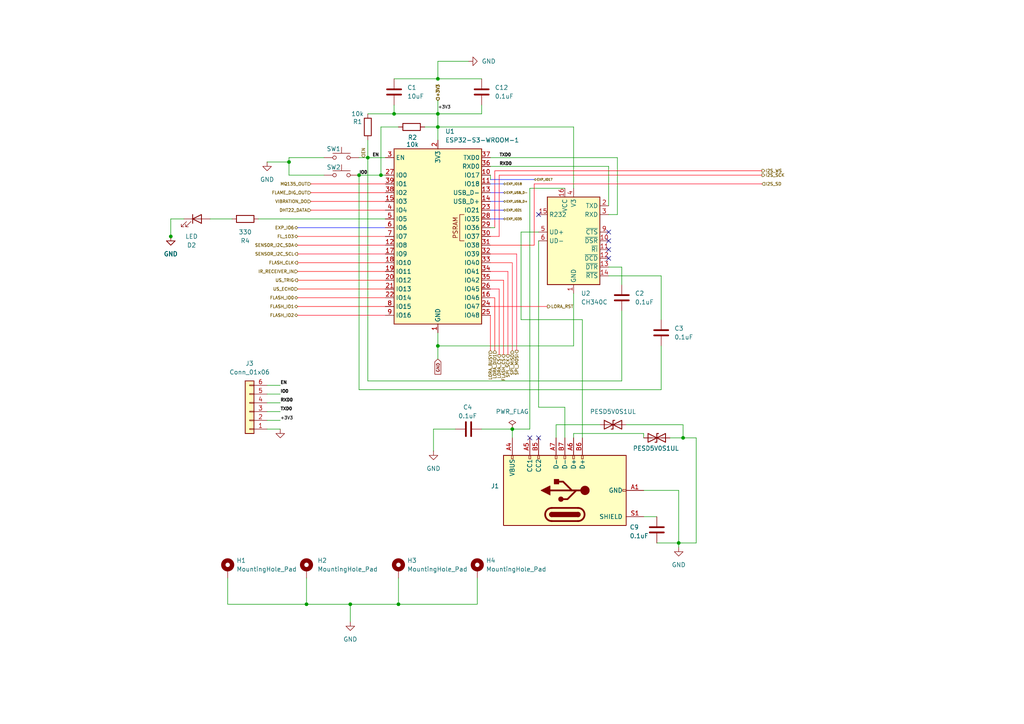
<source format=kicad_sch>
(kicad_sch
	(version 20250114)
	(generator "eeschema")
	(generator_version "9.0")
	(uuid "f61a3200-c54a-4e92-909d-9e48334055fc")
	(paper "A4")
	(lib_symbols
		(symbol "Connector:USB_C_Receptacle_USB2.0_14P"
			(pin_names
				(offset 1.016)
			)
			(exclude_from_sim no)
			(in_bom yes)
			(on_board yes)
			(property "Reference" "J"
				(at 0 22.225 0)
				(effects
					(font
						(size 1.27 1.27)
					)
				)
			)
			(property "Value" "USB_C_Receptacle_USB2.0_14P"
				(at 0 19.685 0)
				(effects
					(font
						(size 1.27 1.27)
					)
				)
			)
			(property "Footprint" ""
				(at 3.81 0 0)
				(effects
					(font
						(size 1.27 1.27)
					)
					(hide yes)
				)
			)
			(property "Datasheet" "https://www.usb.org/sites/default/files/documents/usb_type-c.zip"
				(at 3.81 0 0)
				(effects
					(font
						(size 1.27 1.27)
					)
					(hide yes)
				)
			)
			(property "Description" "USB 2.0-only 14P Type-C Receptacle connector"
				(at 0 0 0)
				(effects
					(font
						(size 1.27 1.27)
					)
					(hide yes)
				)
			)
			(property "ki_keywords" "usb universal serial bus type-C USB2.0"
				(at 0 0 0)
				(effects
					(font
						(size 1.27 1.27)
					)
					(hide yes)
				)
			)
			(property "ki_fp_filters" "USB*C*Receptacle*"
				(at 0 0 0)
				(effects
					(font
						(size 1.27 1.27)
					)
					(hide yes)
				)
			)
			(symbol "USB_C_Receptacle_USB2.0_14P_0_0"
				(rectangle
					(start -0.254 -17.78)
					(end 0.254 -16.764)
					(stroke
						(width 0)
						(type default)
					)
					(fill
						(type none)
					)
				)
				(rectangle
					(start 10.16 15.494)
					(end 9.144 14.986)
					(stroke
						(width 0)
						(type default)
					)
					(fill
						(type none)
					)
				)
				(rectangle
					(start 10.16 10.414)
					(end 9.144 9.906)
					(stroke
						(width 0)
						(type default)
					)
					(fill
						(type none)
					)
				)
				(rectangle
					(start 10.16 7.874)
					(end 9.144 7.366)
					(stroke
						(width 0)
						(type default)
					)
					(fill
						(type none)
					)
				)
				(rectangle
					(start 10.16 2.794)
					(end 9.144 2.286)
					(stroke
						(width 0)
						(type default)
					)
					(fill
						(type none)
					)
				)
				(rectangle
					(start 10.16 0.254)
					(end 9.144 -0.254)
					(stroke
						(width 0)
						(type default)
					)
					(fill
						(type none)
					)
				)
				(rectangle
					(start 10.16 -2.286)
					(end 9.144 -2.794)
					(stroke
						(width 0)
						(type default)
					)
					(fill
						(type none)
					)
				)
				(rectangle
					(start 10.16 -4.826)
					(end 9.144 -5.334)
					(stroke
						(width 0)
						(type default)
					)
					(fill
						(type none)
					)
				)
			)
			(symbol "USB_C_Receptacle_USB2.0_14P_0_1"
				(rectangle
					(start -10.16 17.78)
					(end 10.16 -17.78)
					(stroke
						(width 0.254)
						(type default)
					)
					(fill
						(type background)
					)
				)
				(polyline
					(pts
						(xy -8.89 -3.81) (xy -8.89 3.81)
					)
					(stroke
						(width 0.508)
						(type default)
					)
					(fill
						(type none)
					)
				)
				(rectangle
					(start -7.62 -3.81)
					(end -6.35 3.81)
					(stroke
						(width 0.254)
						(type default)
					)
					(fill
						(type outline)
					)
				)
				(arc
					(start -7.62 3.81)
					(mid -6.985 4.4423)
					(end -6.35 3.81)
					(stroke
						(width 0.254)
						(type default)
					)
					(fill
						(type none)
					)
				)
				(arc
					(start -7.62 3.81)
					(mid -6.985 4.4423)
					(end -6.35 3.81)
					(stroke
						(width 0.254)
						(type default)
					)
					(fill
						(type outline)
					)
				)
				(arc
					(start -8.89 3.81)
					(mid -6.985 5.7067)
					(end -5.08 3.81)
					(stroke
						(width 0.508)
						(type default)
					)
					(fill
						(type none)
					)
				)
				(arc
					(start -5.08 -3.81)
					(mid -6.985 -5.7067)
					(end -8.89 -3.81)
					(stroke
						(width 0.508)
						(type default)
					)
					(fill
						(type none)
					)
				)
				(arc
					(start -6.35 -3.81)
					(mid -6.985 -4.4423)
					(end -7.62 -3.81)
					(stroke
						(width 0.254)
						(type default)
					)
					(fill
						(type none)
					)
				)
				(arc
					(start -6.35 -3.81)
					(mid -6.985 -4.4423)
					(end -7.62 -3.81)
					(stroke
						(width 0.254)
						(type default)
					)
					(fill
						(type outline)
					)
				)
				(polyline
					(pts
						(xy -5.08 3.81) (xy -5.08 -3.81)
					)
					(stroke
						(width 0.508)
						(type default)
					)
					(fill
						(type none)
					)
				)
				(circle
					(center -2.54 1.143)
					(radius 0.635)
					(stroke
						(width 0.254)
						(type default)
					)
					(fill
						(type outline)
					)
				)
				(polyline
					(pts
						(xy -1.27 4.318) (xy 0 6.858) (xy 1.27 4.318) (xy -1.27 4.318)
					)
					(stroke
						(width 0.254)
						(type default)
					)
					(fill
						(type outline)
					)
				)
				(polyline
					(pts
						(xy 0 -2.032) (xy 2.54 0.508) (xy 2.54 1.778)
					)
					(stroke
						(width 0.508)
						(type default)
					)
					(fill
						(type none)
					)
				)
				(polyline
					(pts
						(xy 0 -3.302) (xy -2.54 -0.762) (xy -2.54 0.508)
					)
					(stroke
						(width 0.508)
						(type default)
					)
					(fill
						(type none)
					)
				)
				(polyline
					(pts
						(xy 0 -5.842) (xy 0 4.318)
					)
					(stroke
						(width 0.508)
						(type default)
					)
					(fill
						(type none)
					)
				)
				(circle
					(center 0 -5.842)
					(radius 1.27)
					(stroke
						(width 0)
						(type default)
					)
					(fill
						(type outline)
					)
				)
				(rectangle
					(start 1.905 1.778)
					(end 3.175 3.048)
					(stroke
						(width 0.254)
						(type default)
					)
					(fill
						(type outline)
					)
				)
			)
			(symbol "USB_C_Receptacle_USB2.0_14P_1_1"
				(pin passive line
					(at -7.62 -22.86 90)
					(length 5.08)
					(name "SHIELD"
						(effects
							(font
								(size 1.27 1.27)
							)
						)
					)
					(number "S1"
						(effects
							(font
								(size 1.27 1.27)
							)
						)
					)
				)
				(pin passive line
					(at 0 -22.86 90)
					(length 5.08)
					(name "GND"
						(effects
							(font
								(size 1.27 1.27)
							)
						)
					)
					(number "A1"
						(effects
							(font
								(size 1.27 1.27)
							)
						)
					)
				)
				(pin passive line
					(at 0 -22.86 90)
					(length 5.08)
					(hide yes)
					(name "GND"
						(effects
							(font
								(size 1.27 1.27)
							)
						)
					)
					(number "A12"
						(effects
							(font
								(size 1.27 1.27)
							)
						)
					)
				)
				(pin passive line
					(at 0 -22.86 90)
					(length 5.08)
					(hide yes)
					(name "GND"
						(effects
							(font
								(size 1.27 1.27)
							)
						)
					)
					(number "B1"
						(effects
							(font
								(size 1.27 1.27)
							)
						)
					)
				)
				(pin passive line
					(at 0 -22.86 90)
					(length 5.08)
					(hide yes)
					(name "GND"
						(effects
							(font
								(size 1.27 1.27)
							)
						)
					)
					(number "B12"
						(effects
							(font
								(size 1.27 1.27)
							)
						)
					)
				)
				(pin passive line
					(at 15.24 15.24 180)
					(length 5.08)
					(name "VBUS"
						(effects
							(font
								(size 1.27 1.27)
							)
						)
					)
					(number "A4"
						(effects
							(font
								(size 1.27 1.27)
							)
						)
					)
				)
				(pin passive line
					(at 15.24 15.24 180)
					(length 5.08)
					(hide yes)
					(name "VBUS"
						(effects
							(font
								(size 1.27 1.27)
							)
						)
					)
					(number "A9"
						(effects
							(font
								(size 1.27 1.27)
							)
						)
					)
				)
				(pin passive line
					(at 15.24 15.24 180)
					(length 5.08)
					(hide yes)
					(name "VBUS"
						(effects
							(font
								(size 1.27 1.27)
							)
						)
					)
					(number "B4"
						(effects
							(font
								(size 1.27 1.27)
							)
						)
					)
				)
				(pin passive line
					(at 15.24 15.24 180)
					(length 5.08)
					(hide yes)
					(name "VBUS"
						(effects
							(font
								(size 1.27 1.27)
							)
						)
					)
					(number "B9"
						(effects
							(font
								(size 1.27 1.27)
							)
						)
					)
				)
				(pin bidirectional line
					(at 15.24 10.16 180)
					(length 5.08)
					(name "CC1"
						(effects
							(font
								(size 1.27 1.27)
							)
						)
					)
					(number "A5"
						(effects
							(font
								(size 1.27 1.27)
							)
						)
					)
				)
				(pin bidirectional line
					(at 15.24 7.62 180)
					(length 5.08)
					(name "CC2"
						(effects
							(font
								(size 1.27 1.27)
							)
						)
					)
					(number "B5"
						(effects
							(font
								(size 1.27 1.27)
							)
						)
					)
				)
				(pin bidirectional line
					(at 15.24 2.54 180)
					(length 5.08)
					(name "D-"
						(effects
							(font
								(size 1.27 1.27)
							)
						)
					)
					(number "A7"
						(effects
							(font
								(size 1.27 1.27)
							)
						)
					)
				)
				(pin bidirectional line
					(at 15.24 0 180)
					(length 5.08)
					(name "D-"
						(effects
							(font
								(size 1.27 1.27)
							)
						)
					)
					(number "B7"
						(effects
							(font
								(size 1.27 1.27)
							)
						)
					)
				)
				(pin bidirectional line
					(at 15.24 -2.54 180)
					(length 5.08)
					(name "D+"
						(effects
							(font
								(size 1.27 1.27)
							)
						)
					)
					(number "A6"
						(effects
							(font
								(size 1.27 1.27)
							)
						)
					)
				)
				(pin bidirectional line
					(at 15.24 -5.08 180)
					(length 5.08)
					(name "D+"
						(effects
							(font
								(size 1.27 1.27)
							)
						)
					)
					(number "B6"
						(effects
							(font
								(size 1.27 1.27)
							)
						)
					)
				)
			)
			(embedded_fonts no)
		)
		(symbol "Connector_Generic:Conn_01x06"
			(pin_names
				(offset 1.016)
				(hide yes)
			)
			(exclude_from_sim no)
			(in_bom yes)
			(on_board yes)
			(property "Reference" "J"
				(at 0 7.62 0)
				(effects
					(font
						(size 1.27 1.27)
					)
				)
			)
			(property "Value" "Conn_01x06"
				(at 0 -10.16 0)
				(effects
					(font
						(size 1.27 1.27)
					)
				)
			)
			(property "Footprint" ""
				(at 0 0 0)
				(effects
					(font
						(size 1.27 1.27)
					)
					(hide yes)
				)
			)
			(property "Datasheet" "~"
				(at 0 0 0)
				(effects
					(font
						(size 1.27 1.27)
					)
					(hide yes)
				)
			)
			(property "Description" "Generic connector, single row, 01x06, script generated (kicad-library-utils/schlib/autogen/connector/)"
				(at 0 0 0)
				(effects
					(font
						(size 1.27 1.27)
					)
					(hide yes)
				)
			)
			(property "ki_keywords" "connector"
				(at 0 0 0)
				(effects
					(font
						(size 1.27 1.27)
					)
					(hide yes)
				)
			)
			(property "ki_fp_filters" "Connector*:*_1x??_*"
				(at 0 0 0)
				(effects
					(font
						(size 1.27 1.27)
					)
					(hide yes)
				)
			)
			(symbol "Conn_01x06_1_1"
				(rectangle
					(start -1.27 6.35)
					(end 1.27 -8.89)
					(stroke
						(width 0.254)
						(type default)
					)
					(fill
						(type background)
					)
				)
				(rectangle
					(start -1.27 5.207)
					(end 0 4.953)
					(stroke
						(width 0.1524)
						(type default)
					)
					(fill
						(type none)
					)
				)
				(rectangle
					(start -1.27 2.667)
					(end 0 2.413)
					(stroke
						(width 0.1524)
						(type default)
					)
					(fill
						(type none)
					)
				)
				(rectangle
					(start -1.27 0.127)
					(end 0 -0.127)
					(stroke
						(width 0.1524)
						(type default)
					)
					(fill
						(type none)
					)
				)
				(rectangle
					(start -1.27 -2.413)
					(end 0 -2.667)
					(stroke
						(width 0.1524)
						(type default)
					)
					(fill
						(type none)
					)
				)
				(rectangle
					(start -1.27 -4.953)
					(end 0 -5.207)
					(stroke
						(width 0.1524)
						(type default)
					)
					(fill
						(type none)
					)
				)
				(rectangle
					(start -1.27 -7.493)
					(end 0 -7.747)
					(stroke
						(width 0.1524)
						(type default)
					)
					(fill
						(type none)
					)
				)
				(pin passive line
					(at -5.08 5.08 0)
					(length 3.81)
					(name "Pin_1"
						(effects
							(font
								(size 1.27 1.27)
							)
						)
					)
					(number "1"
						(effects
							(font
								(size 1.27 1.27)
							)
						)
					)
				)
				(pin passive line
					(at -5.08 2.54 0)
					(length 3.81)
					(name "Pin_2"
						(effects
							(font
								(size 1.27 1.27)
							)
						)
					)
					(number "2"
						(effects
							(font
								(size 1.27 1.27)
							)
						)
					)
				)
				(pin passive line
					(at -5.08 0 0)
					(length 3.81)
					(name "Pin_3"
						(effects
							(font
								(size 1.27 1.27)
							)
						)
					)
					(number "3"
						(effects
							(font
								(size 1.27 1.27)
							)
						)
					)
				)
				(pin passive line
					(at -5.08 -2.54 0)
					(length 3.81)
					(name "Pin_4"
						(effects
							(font
								(size 1.27 1.27)
							)
						)
					)
					(number "4"
						(effects
							(font
								(size 1.27 1.27)
							)
						)
					)
				)
				(pin passive line
					(at -5.08 -5.08 0)
					(length 3.81)
					(name "Pin_5"
						(effects
							(font
								(size 1.27 1.27)
							)
						)
					)
					(number "5"
						(effects
							(font
								(size 1.27 1.27)
							)
						)
					)
				)
				(pin passive line
					(at -5.08 -7.62 0)
					(length 3.81)
					(name "Pin_6"
						(effects
							(font
								(size 1.27 1.27)
							)
						)
					)
					(number "6"
						(effects
							(font
								(size 1.27 1.27)
							)
						)
					)
				)
			)
			(embedded_fonts no)
		)
		(symbol "Device:C"
			(pin_numbers
				(hide yes)
			)
			(pin_names
				(offset 0.254)
			)
			(exclude_from_sim no)
			(in_bom yes)
			(on_board yes)
			(property "Reference" "C"
				(at 0.635 2.54 0)
				(effects
					(font
						(size 1.27 1.27)
					)
					(justify left)
				)
			)
			(property "Value" "C"
				(at 0.635 -2.54 0)
				(effects
					(font
						(size 1.27 1.27)
					)
					(justify left)
				)
			)
			(property "Footprint" ""
				(at 0.9652 -3.81 0)
				(effects
					(font
						(size 1.27 1.27)
					)
					(hide yes)
				)
			)
			(property "Datasheet" "~"
				(at 0 0 0)
				(effects
					(font
						(size 1.27 1.27)
					)
					(hide yes)
				)
			)
			(property "Description" "Unpolarized capacitor"
				(at 0 0 0)
				(effects
					(font
						(size 1.27 1.27)
					)
					(hide yes)
				)
			)
			(property "ki_keywords" "cap capacitor"
				(at 0 0 0)
				(effects
					(font
						(size 1.27 1.27)
					)
					(hide yes)
				)
			)
			(property "ki_fp_filters" "C_*"
				(at 0 0 0)
				(effects
					(font
						(size 1.27 1.27)
					)
					(hide yes)
				)
			)
			(symbol "C_0_1"
				(polyline
					(pts
						(xy -2.032 0.762) (xy 2.032 0.762)
					)
					(stroke
						(width 0.508)
						(type default)
					)
					(fill
						(type none)
					)
				)
				(polyline
					(pts
						(xy -2.032 -0.762) (xy 2.032 -0.762)
					)
					(stroke
						(width 0.508)
						(type default)
					)
					(fill
						(type none)
					)
				)
			)
			(symbol "C_1_1"
				(pin passive line
					(at 0 3.81 270)
					(length 2.794)
					(name "~"
						(effects
							(font
								(size 1.27 1.27)
							)
						)
					)
					(number "1"
						(effects
							(font
								(size 1.27 1.27)
							)
						)
					)
				)
				(pin passive line
					(at 0 -3.81 90)
					(length 2.794)
					(name "~"
						(effects
							(font
								(size 1.27 1.27)
							)
						)
					)
					(number "2"
						(effects
							(font
								(size 1.27 1.27)
							)
						)
					)
				)
			)
			(embedded_fonts no)
		)
		(symbol "Device:D_TVS"
			(pin_numbers
				(hide yes)
			)
			(pin_names
				(offset 1.016)
				(hide yes)
			)
			(exclude_from_sim no)
			(in_bom yes)
			(on_board yes)
			(property "Reference" "D"
				(at 0 2.54 0)
				(effects
					(font
						(size 1.27 1.27)
					)
				)
			)
			(property "Value" "D_TVS"
				(at 0 -2.54 0)
				(effects
					(font
						(size 1.27 1.27)
					)
				)
			)
			(property "Footprint" ""
				(at 0 0 0)
				(effects
					(font
						(size 1.27 1.27)
					)
					(hide yes)
				)
			)
			(property "Datasheet" "~"
				(at 0 0 0)
				(effects
					(font
						(size 1.27 1.27)
					)
					(hide yes)
				)
			)
			(property "Description" "Bidirectional transient-voltage-suppression diode"
				(at 0 0 0)
				(effects
					(font
						(size 1.27 1.27)
					)
					(hide yes)
				)
			)
			(property "ki_keywords" "diode TVS thyrector"
				(at 0 0 0)
				(effects
					(font
						(size 1.27 1.27)
					)
					(hide yes)
				)
			)
			(property "ki_fp_filters" "TO-???* *_Diode_* *SingleDiode* D_*"
				(at 0 0 0)
				(effects
					(font
						(size 1.27 1.27)
					)
					(hide yes)
				)
			)
			(symbol "D_TVS_0_1"
				(polyline
					(pts
						(xy -2.54 1.27) (xy -2.54 -1.27) (xy 2.54 1.27) (xy 2.54 -1.27) (xy -2.54 1.27)
					)
					(stroke
						(width 0.254)
						(type default)
					)
					(fill
						(type none)
					)
				)
				(polyline
					(pts
						(xy 0.508 1.27) (xy 0 1.27) (xy 0 -1.27) (xy -0.508 -1.27)
					)
					(stroke
						(width 0.254)
						(type default)
					)
					(fill
						(type none)
					)
				)
				(polyline
					(pts
						(xy 1.27 0) (xy -1.27 0)
					)
					(stroke
						(width 0)
						(type default)
					)
					(fill
						(type none)
					)
				)
			)
			(symbol "D_TVS_1_1"
				(pin passive line
					(at -3.81 0 0)
					(length 2.54)
					(name "A1"
						(effects
							(font
								(size 1.27 1.27)
							)
						)
					)
					(number "1"
						(effects
							(font
								(size 1.27 1.27)
							)
						)
					)
				)
				(pin passive line
					(at 3.81 0 180)
					(length 2.54)
					(name "A2"
						(effects
							(font
								(size 1.27 1.27)
							)
						)
					)
					(number "2"
						(effects
							(font
								(size 1.27 1.27)
							)
						)
					)
				)
			)
			(embedded_fonts no)
		)
		(symbol "Device:LED"
			(pin_numbers
				(hide yes)
			)
			(pin_names
				(offset 1.016)
				(hide yes)
			)
			(exclude_from_sim no)
			(in_bom yes)
			(on_board yes)
			(property "Reference" "D"
				(at 0 2.54 0)
				(effects
					(font
						(size 1.27 1.27)
					)
				)
			)
			(property "Value" "LED"
				(at 0 -2.54 0)
				(effects
					(font
						(size 1.27 1.27)
					)
				)
			)
			(property "Footprint" ""
				(at 0 0 0)
				(effects
					(font
						(size 1.27 1.27)
					)
					(hide yes)
				)
			)
			(property "Datasheet" "~"
				(at 0 0 0)
				(effects
					(font
						(size 1.27 1.27)
					)
					(hide yes)
				)
			)
			(property "Description" "Light emitting diode"
				(at 0 0 0)
				(effects
					(font
						(size 1.27 1.27)
					)
					(hide yes)
				)
			)
			(property "Sim.Pins" "1=K 2=A"
				(at 0 0 0)
				(effects
					(font
						(size 1.27 1.27)
					)
					(hide yes)
				)
			)
			(property "ki_keywords" "LED diode"
				(at 0 0 0)
				(effects
					(font
						(size 1.27 1.27)
					)
					(hide yes)
				)
			)
			(property "ki_fp_filters" "LED* LED_SMD:* LED_THT:*"
				(at 0 0 0)
				(effects
					(font
						(size 1.27 1.27)
					)
					(hide yes)
				)
			)
			(symbol "LED_0_1"
				(polyline
					(pts
						(xy -3.048 -0.762) (xy -4.572 -2.286) (xy -3.81 -2.286) (xy -4.572 -2.286) (xy -4.572 -1.524)
					)
					(stroke
						(width 0)
						(type default)
					)
					(fill
						(type none)
					)
				)
				(polyline
					(pts
						(xy -1.778 -0.762) (xy -3.302 -2.286) (xy -2.54 -2.286) (xy -3.302 -2.286) (xy -3.302 -1.524)
					)
					(stroke
						(width 0)
						(type default)
					)
					(fill
						(type none)
					)
				)
				(polyline
					(pts
						(xy -1.27 0) (xy 1.27 0)
					)
					(stroke
						(width 0)
						(type default)
					)
					(fill
						(type none)
					)
				)
				(polyline
					(pts
						(xy -1.27 -1.27) (xy -1.27 1.27)
					)
					(stroke
						(width 0.254)
						(type default)
					)
					(fill
						(type none)
					)
				)
				(polyline
					(pts
						(xy 1.27 -1.27) (xy 1.27 1.27) (xy -1.27 0) (xy 1.27 -1.27)
					)
					(stroke
						(width 0.254)
						(type default)
					)
					(fill
						(type none)
					)
				)
			)
			(symbol "LED_1_1"
				(pin passive line
					(at -3.81 0 0)
					(length 2.54)
					(name "K"
						(effects
							(font
								(size 1.27 1.27)
							)
						)
					)
					(number "1"
						(effects
							(font
								(size 1.27 1.27)
							)
						)
					)
				)
				(pin passive line
					(at 3.81 0 180)
					(length 2.54)
					(name "A"
						(effects
							(font
								(size 1.27 1.27)
							)
						)
					)
					(number "2"
						(effects
							(font
								(size 1.27 1.27)
							)
						)
					)
				)
			)
			(embedded_fonts no)
		)
		(symbol "Device:R"
			(pin_numbers
				(hide yes)
			)
			(pin_names
				(offset 0)
			)
			(exclude_from_sim no)
			(in_bom yes)
			(on_board yes)
			(property "Reference" "R"
				(at 2.032 0 90)
				(effects
					(font
						(size 1.27 1.27)
					)
				)
			)
			(property "Value" "R"
				(at 0 0 90)
				(effects
					(font
						(size 1.27 1.27)
					)
				)
			)
			(property "Footprint" ""
				(at -1.778 0 90)
				(effects
					(font
						(size 1.27 1.27)
					)
					(hide yes)
				)
			)
			(property "Datasheet" "~"
				(at 0 0 0)
				(effects
					(font
						(size 1.27 1.27)
					)
					(hide yes)
				)
			)
			(property "Description" "Resistor"
				(at 0 0 0)
				(effects
					(font
						(size 1.27 1.27)
					)
					(hide yes)
				)
			)
			(property "ki_keywords" "R res resistor"
				(at 0 0 0)
				(effects
					(font
						(size 1.27 1.27)
					)
					(hide yes)
				)
			)
			(property "ki_fp_filters" "R_*"
				(at 0 0 0)
				(effects
					(font
						(size 1.27 1.27)
					)
					(hide yes)
				)
			)
			(symbol "R_0_1"
				(rectangle
					(start -1.016 -2.54)
					(end 1.016 2.54)
					(stroke
						(width 0.254)
						(type default)
					)
					(fill
						(type none)
					)
				)
			)
			(symbol "R_1_1"
				(pin passive line
					(at 0 3.81 270)
					(length 1.27)
					(name "~"
						(effects
							(font
								(size 1.27 1.27)
							)
						)
					)
					(number "1"
						(effects
							(font
								(size 1.27 1.27)
							)
						)
					)
				)
				(pin passive line
					(at 0 -3.81 90)
					(length 1.27)
					(name "~"
						(effects
							(font
								(size 1.27 1.27)
							)
						)
					)
					(number "2"
						(effects
							(font
								(size 1.27 1.27)
							)
						)
					)
				)
			)
			(embedded_fonts no)
		)
		(symbol "Interface_USB:CH340C"
			(exclude_from_sim no)
			(in_bom yes)
			(on_board yes)
			(property "Reference" "U"
				(at -5.08 13.97 0)
				(effects
					(font
						(size 1.27 1.27)
					)
					(justify right)
				)
			)
			(property "Value" "CH340C"
				(at 1.27 13.97 0)
				(effects
					(font
						(size 1.27 1.27)
					)
					(justify left)
				)
			)
			(property "Footprint" "Package_SO:SOIC-16_3.9x9.9mm_P1.27mm"
				(at -18.542 30.226 0)
				(effects
					(font
						(size 1.27 1.27)
					)
					(justify left)
					(hide yes)
				)
			)
			(property "Datasheet" "https://datasheet.lcsc.com/szlcsc/Jiangsu-Qin-Heng-CH340C_C84681.pdf"
				(at -6.604 33.274 0)
				(effects
					(font
						(size 1.27 1.27)
					)
					(hide yes)
				)
			)
			(property "Description" "USB serial converter, crystal-less, UART, SOIC-16"
				(at -1.524 36.068 0)
				(effects
					(font
						(size 1.27 1.27)
					)
					(hide yes)
				)
			)
			(property "ki_keywords" "USB UART Serial Converter Interface"
				(at 0 0 0)
				(effects
					(font
						(size 1.27 1.27)
					)
					(hide yes)
				)
			)
			(property "ki_fp_filters" "SOIC*3.9x9.9mm*P1.27mm*"
				(at 0 0 0)
				(effects
					(font
						(size 1.27 1.27)
					)
					(hide yes)
				)
			)
			(symbol "CH340C_0_1"
				(rectangle
					(start -7.62 12.7)
					(end 7.62 -12.7)
					(stroke
						(width 0.254)
						(type default)
					)
					(fill
						(type background)
					)
				)
			)
			(symbol "CH340C_1_1"
				(pin input line
					(at -10.16 7.62 0)
					(length 2.54)
					(name "R232"
						(effects
							(font
								(size 1.27 1.27)
							)
						)
					)
					(number "15"
						(effects
							(font
								(size 1.27 1.27)
							)
						)
					)
				)
				(pin bidirectional line
					(at -10.16 2.54 0)
					(length 2.54)
					(name "UD+"
						(effects
							(font
								(size 1.27 1.27)
							)
						)
					)
					(number "5"
						(effects
							(font
								(size 1.27 1.27)
							)
						)
					)
				)
				(pin bidirectional line
					(at -10.16 0 0)
					(length 2.54)
					(name "UD-"
						(effects
							(font
								(size 1.27 1.27)
							)
						)
					)
					(number "6"
						(effects
							(font
								(size 1.27 1.27)
							)
						)
					)
				)
				(pin no_connect line
					(at -7.62 -5.08 0)
					(length 2.54)
					(hide yes)
					(name "NC"
						(effects
							(font
								(size 1.27 1.27)
							)
						)
					)
					(number "7"
						(effects
							(font
								(size 1.27 1.27)
							)
						)
					)
				)
				(pin no_connect line
					(at -7.62 -7.62 0)
					(length 2.54)
					(hide yes)
					(name "NC"
						(effects
							(font
								(size 1.27 1.27)
							)
						)
					)
					(number "8"
						(effects
							(font
								(size 1.27 1.27)
							)
						)
					)
				)
				(pin power_in line
					(at -2.54 15.24 270)
					(length 2.54)
					(name "VCC"
						(effects
							(font
								(size 1.27 1.27)
							)
						)
					)
					(number "16"
						(effects
							(font
								(size 1.27 1.27)
							)
						)
					)
				)
				(pin power_out line
					(at 0 15.24 270)
					(length 2.54)
					(name "V3"
						(effects
							(font
								(size 1.27 1.27)
							)
						)
					)
					(number "4"
						(effects
							(font
								(size 1.27 1.27)
							)
						)
					)
				)
				(pin power_in line
					(at 0 -15.24 90)
					(length 2.54)
					(name "GND"
						(effects
							(font
								(size 1.27 1.27)
							)
						)
					)
					(number "1"
						(effects
							(font
								(size 1.27 1.27)
							)
						)
					)
				)
				(pin output line
					(at 10.16 10.16 180)
					(length 2.54)
					(name "TXD"
						(effects
							(font
								(size 1.27 1.27)
							)
						)
					)
					(number "2"
						(effects
							(font
								(size 1.27 1.27)
							)
						)
					)
				)
				(pin input line
					(at 10.16 7.62 180)
					(length 2.54)
					(name "RXD"
						(effects
							(font
								(size 1.27 1.27)
							)
						)
					)
					(number "3"
						(effects
							(font
								(size 1.27 1.27)
							)
						)
					)
				)
				(pin input line
					(at 10.16 2.54 180)
					(length 2.54)
					(name "~{CTS}"
						(effects
							(font
								(size 1.27 1.27)
							)
						)
					)
					(number "9"
						(effects
							(font
								(size 1.27 1.27)
							)
						)
					)
				)
				(pin input line
					(at 10.16 0 180)
					(length 2.54)
					(name "~{DSR}"
						(effects
							(font
								(size 1.27 1.27)
							)
						)
					)
					(number "10"
						(effects
							(font
								(size 1.27 1.27)
							)
						)
					)
				)
				(pin input line
					(at 10.16 -2.54 180)
					(length 2.54)
					(name "~{RI}"
						(effects
							(font
								(size 1.27 1.27)
							)
						)
					)
					(number "11"
						(effects
							(font
								(size 1.27 1.27)
							)
						)
					)
				)
				(pin input line
					(at 10.16 -5.08 180)
					(length 2.54)
					(name "~{DCD}"
						(effects
							(font
								(size 1.27 1.27)
							)
						)
					)
					(number "12"
						(effects
							(font
								(size 1.27 1.27)
							)
						)
					)
				)
				(pin output line
					(at 10.16 -7.62 180)
					(length 2.54)
					(name "~{DTR}"
						(effects
							(font
								(size 1.27 1.27)
							)
						)
					)
					(number "13"
						(effects
							(font
								(size 1.27 1.27)
							)
						)
					)
				)
				(pin output line
					(at 10.16 -10.16 180)
					(length 2.54)
					(name "~{RTS}"
						(effects
							(font
								(size 1.27 1.27)
							)
						)
					)
					(number "14"
						(effects
							(font
								(size 1.27 1.27)
							)
						)
					)
				)
			)
			(embedded_fonts no)
		)
		(symbol "Mechanical:MountingHole_Pad"
			(pin_numbers
				(hide yes)
			)
			(pin_names
				(offset 1.016)
				(hide yes)
			)
			(exclude_from_sim no)
			(in_bom no)
			(on_board yes)
			(property "Reference" "H"
				(at 0 6.35 0)
				(effects
					(font
						(size 1.27 1.27)
					)
				)
			)
			(property "Value" "MountingHole_Pad"
				(at 0 4.445 0)
				(effects
					(font
						(size 1.27 1.27)
					)
				)
			)
			(property "Footprint" ""
				(at 0 0 0)
				(effects
					(font
						(size 1.27 1.27)
					)
					(hide yes)
				)
			)
			(property "Datasheet" "~"
				(at 0 0 0)
				(effects
					(font
						(size 1.27 1.27)
					)
					(hide yes)
				)
			)
			(property "Description" "Mounting Hole with connection"
				(at 0 0 0)
				(effects
					(font
						(size 1.27 1.27)
					)
					(hide yes)
				)
			)
			(property "ki_keywords" "mounting hole"
				(at 0 0 0)
				(effects
					(font
						(size 1.27 1.27)
					)
					(hide yes)
				)
			)
			(property "ki_fp_filters" "MountingHole*Pad*"
				(at 0 0 0)
				(effects
					(font
						(size 1.27 1.27)
					)
					(hide yes)
				)
			)
			(symbol "MountingHole_Pad_0_1"
				(circle
					(center 0 1.27)
					(radius 1.27)
					(stroke
						(width 1.27)
						(type default)
					)
					(fill
						(type none)
					)
				)
			)
			(symbol "MountingHole_Pad_1_1"
				(pin input line
					(at 0 -2.54 90)
					(length 2.54)
					(name "1"
						(effects
							(font
								(size 1.27 1.27)
							)
						)
					)
					(number "1"
						(effects
							(font
								(size 1.27 1.27)
							)
						)
					)
				)
			)
			(embedded_fonts no)
		)
		(symbol "RF_Module:ESP32-S3-WROOM-1"
			(exclude_from_sim no)
			(in_bom yes)
			(on_board yes)
			(property "Reference" "U"
				(at -12.7 26.67 0)
				(effects
					(font
						(size 1.27 1.27)
					)
				)
			)
			(property "Value" "ESP32-S3-WROOM-1"
				(at 12.7 26.67 0)
				(effects
					(font
						(size 1.27 1.27)
					)
				)
			)
			(property "Footprint" "RF_Module:ESP32-S3-WROOM-1"
				(at 0 2.54 0)
				(effects
					(font
						(size 1.27 1.27)
					)
					(hide yes)
				)
			)
			(property "Datasheet" "https://www.espressif.com/sites/default/files/documentation/esp32-s3-wroom-1_wroom-1u_datasheet_en.pdf"
				(at 0 0 0)
				(effects
					(font
						(size 1.27 1.27)
					)
					(hide yes)
				)
			)
			(property "Description" "RF Module, ESP32-S3 SoC, Wi-Fi 802.11b/g/n, Bluetooth, BLE, 32-bit, 3.3V, onboard antenna, SMD"
				(at 0 0 0)
				(effects
					(font
						(size 1.27 1.27)
					)
					(hide yes)
				)
			)
			(property "ki_keywords" "RF Radio BT ESP ESP32-S3 Espressif onboard PCB antenna"
				(at 0 0 0)
				(effects
					(font
						(size 1.27 1.27)
					)
					(hide yes)
				)
			)
			(property "ki_fp_filters" "ESP32?S3?WROOM?1*"
				(at 0 0 0)
				(effects
					(font
						(size 1.27 1.27)
					)
					(hide yes)
				)
			)
			(symbol "ESP32-S3-WROOM-1_0_0"
				(rectangle
					(start -12.7 25.4)
					(end 12.7 -25.4)
					(stroke
						(width 0.254)
						(type default)
					)
					(fill
						(type background)
					)
				)
				(text "PSRAM"
					(at 5.08 2.54 900)
					(effects
						(font
							(size 1.27 1.27)
						)
					)
				)
			)
			(symbol "ESP32-S3-WROOM-1_0_1"
				(polyline
					(pts
						(xy 7.62 -1.27) (xy 6.35 -1.27) (xy 6.35 6.35) (xy 7.62 6.35)
					)
					(stroke
						(width 0)
						(type default)
					)
					(fill
						(type none)
					)
				)
			)
			(symbol "ESP32-S3-WROOM-1_1_1"
				(pin input line
					(at -15.24 22.86 0)
					(length 2.54)
					(name "EN"
						(effects
							(font
								(size 1.27 1.27)
							)
						)
					)
					(number "3"
						(effects
							(font
								(size 1.27 1.27)
							)
						)
					)
				)
				(pin bidirectional line
					(at -15.24 17.78 0)
					(length 2.54)
					(name "IO0"
						(effects
							(font
								(size 1.27 1.27)
							)
						)
					)
					(number "27"
						(effects
							(font
								(size 1.27 1.27)
							)
						)
					)
				)
				(pin bidirectional line
					(at -15.24 15.24 0)
					(length 2.54)
					(name "IO1"
						(effects
							(font
								(size 1.27 1.27)
							)
						)
					)
					(number "39"
						(effects
							(font
								(size 1.27 1.27)
							)
						)
					)
				)
				(pin bidirectional line
					(at -15.24 12.7 0)
					(length 2.54)
					(name "IO2"
						(effects
							(font
								(size 1.27 1.27)
							)
						)
					)
					(number "38"
						(effects
							(font
								(size 1.27 1.27)
							)
						)
					)
				)
				(pin bidirectional line
					(at -15.24 10.16 0)
					(length 2.54)
					(name "IO3"
						(effects
							(font
								(size 1.27 1.27)
							)
						)
					)
					(number "15"
						(effects
							(font
								(size 1.27 1.27)
							)
						)
					)
				)
				(pin bidirectional line
					(at -15.24 7.62 0)
					(length 2.54)
					(name "IO4"
						(effects
							(font
								(size 1.27 1.27)
							)
						)
					)
					(number "4"
						(effects
							(font
								(size 1.27 1.27)
							)
						)
					)
				)
				(pin bidirectional line
					(at -15.24 5.08 0)
					(length 2.54)
					(name "IO5"
						(effects
							(font
								(size 1.27 1.27)
							)
						)
					)
					(number "5"
						(effects
							(font
								(size 1.27 1.27)
							)
						)
					)
				)
				(pin bidirectional line
					(at -15.24 2.54 0)
					(length 2.54)
					(name "IO6"
						(effects
							(font
								(size 1.27 1.27)
							)
						)
					)
					(number "6"
						(effects
							(font
								(size 1.27 1.27)
							)
						)
					)
				)
				(pin bidirectional line
					(at -15.24 0 0)
					(length 2.54)
					(name "IO7"
						(effects
							(font
								(size 1.27 1.27)
							)
						)
					)
					(number "7"
						(effects
							(font
								(size 1.27 1.27)
							)
						)
					)
				)
				(pin bidirectional line
					(at -15.24 -2.54 0)
					(length 2.54)
					(name "IO8"
						(effects
							(font
								(size 1.27 1.27)
							)
						)
					)
					(number "12"
						(effects
							(font
								(size 1.27 1.27)
							)
						)
					)
				)
				(pin bidirectional line
					(at -15.24 -5.08 0)
					(length 2.54)
					(name "IO9"
						(effects
							(font
								(size 1.27 1.27)
							)
						)
					)
					(number "17"
						(effects
							(font
								(size 1.27 1.27)
							)
						)
					)
				)
				(pin bidirectional line
					(at -15.24 -7.62 0)
					(length 2.54)
					(name "IO10"
						(effects
							(font
								(size 1.27 1.27)
							)
						)
					)
					(number "18"
						(effects
							(font
								(size 1.27 1.27)
							)
						)
					)
				)
				(pin bidirectional line
					(at -15.24 -10.16 0)
					(length 2.54)
					(name "IO11"
						(effects
							(font
								(size 1.27 1.27)
							)
						)
					)
					(number "19"
						(effects
							(font
								(size 1.27 1.27)
							)
						)
					)
				)
				(pin bidirectional line
					(at -15.24 -12.7 0)
					(length 2.54)
					(name "IO12"
						(effects
							(font
								(size 1.27 1.27)
							)
						)
					)
					(number "20"
						(effects
							(font
								(size 1.27 1.27)
							)
						)
					)
				)
				(pin bidirectional line
					(at -15.24 -15.24 0)
					(length 2.54)
					(name "IO13"
						(effects
							(font
								(size 1.27 1.27)
							)
						)
					)
					(number "21"
						(effects
							(font
								(size 1.27 1.27)
							)
						)
					)
				)
				(pin bidirectional line
					(at -15.24 -17.78 0)
					(length 2.54)
					(name "IO14"
						(effects
							(font
								(size 1.27 1.27)
							)
						)
					)
					(number "22"
						(effects
							(font
								(size 1.27 1.27)
							)
						)
					)
				)
				(pin bidirectional line
					(at -15.24 -20.32 0)
					(length 2.54)
					(name "IO15"
						(effects
							(font
								(size 1.27 1.27)
							)
						)
					)
					(number "8"
						(effects
							(font
								(size 1.27 1.27)
							)
						)
					)
				)
				(pin bidirectional line
					(at -15.24 -22.86 0)
					(length 2.54)
					(name "IO16"
						(effects
							(font
								(size 1.27 1.27)
							)
						)
					)
					(number "9"
						(effects
							(font
								(size 1.27 1.27)
							)
						)
					)
				)
				(pin power_in line
					(at 0 27.94 270)
					(length 2.54)
					(name "3V3"
						(effects
							(font
								(size 1.27 1.27)
							)
						)
					)
					(number "2"
						(effects
							(font
								(size 1.27 1.27)
							)
						)
					)
				)
				(pin power_in line
					(at 0 -27.94 90)
					(length 2.54)
					(name "GND"
						(effects
							(font
								(size 1.27 1.27)
							)
						)
					)
					(number "1"
						(effects
							(font
								(size 1.27 1.27)
							)
						)
					)
				)
				(pin passive line
					(at 0 -27.94 90)
					(length 2.54)
					(hide yes)
					(name "GND"
						(effects
							(font
								(size 1.27 1.27)
							)
						)
					)
					(number "40"
						(effects
							(font
								(size 1.27 1.27)
							)
						)
					)
				)
				(pin passive line
					(at 0 -27.94 90)
					(length 2.54)
					(hide yes)
					(name "GND"
						(effects
							(font
								(size 1.27 1.27)
							)
						)
					)
					(number "41"
						(effects
							(font
								(size 1.27 1.27)
							)
						)
					)
				)
				(pin bidirectional line
					(at 15.24 22.86 180)
					(length 2.54)
					(name "TXD0"
						(effects
							(font
								(size 1.27 1.27)
							)
						)
					)
					(number "37"
						(effects
							(font
								(size 1.27 1.27)
							)
						)
					)
				)
				(pin bidirectional line
					(at 15.24 20.32 180)
					(length 2.54)
					(name "RXD0"
						(effects
							(font
								(size 1.27 1.27)
							)
						)
					)
					(number "36"
						(effects
							(font
								(size 1.27 1.27)
							)
						)
					)
				)
				(pin bidirectional line
					(at 15.24 17.78 180)
					(length 2.54)
					(name "IO17"
						(effects
							(font
								(size 1.27 1.27)
							)
						)
					)
					(number "10"
						(effects
							(font
								(size 1.27 1.27)
							)
						)
					)
				)
				(pin bidirectional line
					(at 15.24 15.24 180)
					(length 2.54)
					(name "IO18"
						(effects
							(font
								(size 1.27 1.27)
							)
						)
					)
					(number "11"
						(effects
							(font
								(size 1.27 1.27)
							)
						)
					)
				)
				(pin bidirectional line
					(at 15.24 12.7 180)
					(length 2.54)
					(name "USB_D-"
						(effects
							(font
								(size 1.27 1.27)
							)
						)
					)
					(number "13"
						(effects
							(font
								(size 1.27 1.27)
							)
						)
					)
					(alternate "IO19" bidirectional line)
				)
				(pin bidirectional line
					(at 15.24 10.16 180)
					(length 2.54)
					(name "USB_D+"
						(effects
							(font
								(size 1.27 1.27)
							)
						)
					)
					(number "14"
						(effects
							(font
								(size 1.27 1.27)
							)
						)
					)
					(alternate "IO20" bidirectional line)
				)
				(pin bidirectional line
					(at 15.24 7.62 180)
					(length 2.54)
					(name "IO21"
						(effects
							(font
								(size 1.27 1.27)
							)
						)
					)
					(number "23"
						(effects
							(font
								(size 1.27 1.27)
							)
						)
					)
				)
				(pin bidirectional line
					(at 15.24 5.08 180)
					(length 2.54)
					(name "IO35"
						(effects
							(font
								(size 1.27 1.27)
							)
						)
					)
					(number "28"
						(effects
							(font
								(size 1.27 1.27)
							)
						)
					)
				)
				(pin bidirectional line
					(at 15.24 2.54 180)
					(length 2.54)
					(name "IO36"
						(effects
							(font
								(size 1.27 1.27)
							)
						)
					)
					(number "29"
						(effects
							(font
								(size 1.27 1.27)
							)
						)
					)
				)
				(pin bidirectional line
					(at 15.24 0 180)
					(length 2.54)
					(name "IO37"
						(effects
							(font
								(size 1.27 1.27)
							)
						)
					)
					(number "30"
						(effects
							(font
								(size 1.27 1.27)
							)
						)
					)
				)
				(pin bidirectional line
					(at 15.24 -2.54 180)
					(length 2.54)
					(name "IO38"
						(effects
							(font
								(size 1.27 1.27)
							)
						)
					)
					(number "31"
						(effects
							(font
								(size 1.27 1.27)
							)
						)
					)
				)
				(pin bidirectional line
					(at 15.24 -5.08 180)
					(length 2.54)
					(name "IO39"
						(effects
							(font
								(size 1.27 1.27)
							)
						)
					)
					(number "32"
						(effects
							(font
								(size 1.27 1.27)
							)
						)
					)
				)
				(pin bidirectional line
					(at 15.24 -7.62 180)
					(length 2.54)
					(name "IO40"
						(effects
							(font
								(size 1.27 1.27)
							)
						)
					)
					(number "33"
						(effects
							(font
								(size 1.27 1.27)
							)
						)
					)
				)
				(pin bidirectional line
					(at 15.24 -10.16 180)
					(length 2.54)
					(name "IO41"
						(effects
							(font
								(size 1.27 1.27)
							)
						)
					)
					(number "34"
						(effects
							(font
								(size 1.27 1.27)
							)
						)
					)
				)
				(pin bidirectional line
					(at 15.24 -12.7 180)
					(length 2.54)
					(name "IO42"
						(effects
							(font
								(size 1.27 1.27)
							)
						)
					)
					(number "35"
						(effects
							(font
								(size 1.27 1.27)
							)
						)
					)
				)
				(pin bidirectional line
					(at 15.24 -15.24 180)
					(length 2.54)
					(name "IO45"
						(effects
							(font
								(size 1.27 1.27)
							)
						)
					)
					(number "26"
						(effects
							(font
								(size 1.27 1.27)
							)
						)
					)
				)
				(pin bidirectional line
					(at 15.24 -17.78 180)
					(length 2.54)
					(name "IO46"
						(effects
							(font
								(size 1.27 1.27)
							)
						)
					)
					(number "16"
						(effects
							(font
								(size 1.27 1.27)
							)
						)
					)
				)
				(pin bidirectional line
					(at 15.24 -20.32 180)
					(length 2.54)
					(name "IO47"
						(effects
							(font
								(size 1.27 1.27)
							)
						)
					)
					(number "24"
						(effects
							(font
								(size 1.27 1.27)
							)
						)
					)
				)
				(pin bidirectional line
					(at 15.24 -22.86 180)
					(length 2.54)
					(name "IO48"
						(effects
							(font
								(size 1.27 1.27)
							)
						)
					)
					(number "25"
						(effects
							(font
								(size 1.27 1.27)
							)
						)
					)
				)
			)
			(embedded_fonts no)
		)
		(symbol "Switch:SW_Push"
			(pin_numbers
				(hide yes)
			)
			(pin_names
				(offset 1.016)
				(hide yes)
			)
			(exclude_from_sim no)
			(in_bom yes)
			(on_board yes)
			(property "Reference" "SW"
				(at 1.27 2.54 0)
				(effects
					(font
						(size 1.27 1.27)
					)
					(justify left)
				)
			)
			(property "Value" "SW_Push"
				(at 0 -1.524 0)
				(effects
					(font
						(size 1.27 1.27)
					)
				)
			)
			(property "Footprint" ""
				(at 0 5.08 0)
				(effects
					(font
						(size 1.27 1.27)
					)
					(hide yes)
				)
			)
			(property "Datasheet" "~"
				(at 0 5.08 0)
				(effects
					(font
						(size 1.27 1.27)
					)
					(hide yes)
				)
			)
			(property "Description" "Push button switch, generic, two pins"
				(at 0 0 0)
				(effects
					(font
						(size 1.27 1.27)
					)
					(hide yes)
				)
			)
			(property "ki_keywords" "switch normally-open pushbutton push-button"
				(at 0 0 0)
				(effects
					(font
						(size 1.27 1.27)
					)
					(hide yes)
				)
			)
			(symbol "SW_Push_0_1"
				(circle
					(center -2.032 0)
					(radius 0.508)
					(stroke
						(width 0)
						(type default)
					)
					(fill
						(type none)
					)
				)
				(polyline
					(pts
						(xy 0 1.27) (xy 0 3.048)
					)
					(stroke
						(width 0)
						(type default)
					)
					(fill
						(type none)
					)
				)
				(circle
					(center 2.032 0)
					(radius 0.508)
					(stroke
						(width 0)
						(type default)
					)
					(fill
						(type none)
					)
				)
				(polyline
					(pts
						(xy 2.54 1.27) (xy -2.54 1.27)
					)
					(stroke
						(width 0)
						(type default)
					)
					(fill
						(type none)
					)
				)
				(pin passive line
					(at -5.08 0 0)
					(length 2.54)
					(name "1"
						(effects
							(font
								(size 1.27 1.27)
							)
						)
					)
					(number "1"
						(effects
							(font
								(size 1.27 1.27)
							)
						)
					)
				)
				(pin passive line
					(at 5.08 0 180)
					(length 2.54)
					(name "2"
						(effects
							(font
								(size 1.27 1.27)
							)
						)
					)
					(number "2"
						(effects
							(font
								(size 1.27 1.27)
							)
						)
					)
				)
			)
			(embedded_fonts no)
		)
		(symbol "power:GND"
			(power)
			(pin_numbers
				(hide yes)
			)
			(pin_names
				(offset 0)
				(hide yes)
			)
			(exclude_from_sim no)
			(in_bom yes)
			(on_board yes)
			(property "Reference" "#PWR"
				(at 0 -6.35 0)
				(effects
					(font
						(size 1.27 1.27)
					)
					(hide yes)
				)
			)
			(property "Value" "GND"
				(at 0 -3.81 0)
				(effects
					(font
						(size 1.27 1.27)
					)
				)
			)
			(property "Footprint" ""
				(at 0 0 0)
				(effects
					(font
						(size 1.27 1.27)
					)
					(hide yes)
				)
			)
			(property "Datasheet" ""
				(at 0 0 0)
				(effects
					(font
						(size 1.27 1.27)
					)
					(hide yes)
				)
			)
			(property "Description" "Power symbol creates a global label with name \"GND\" , ground"
				(at 0 0 0)
				(effects
					(font
						(size 1.27 1.27)
					)
					(hide yes)
				)
			)
			(property "ki_keywords" "global power"
				(at 0 0 0)
				(effects
					(font
						(size 1.27 1.27)
					)
					(hide yes)
				)
			)
			(symbol "GND_0_1"
				(polyline
					(pts
						(xy 0 0) (xy 0 -1.27) (xy 1.27 -1.27) (xy 0 -2.54) (xy -1.27 -1.27) (xy 0 -1.27)
					)
					(stroke
						(width 0)
						(type default)
					)
					(fill
						(type none)
					)
				)
			)
			(symbol "GND_1_1"
				(pin power_in line
					(at 0 0 270)
					(length 0)
					(name "~"
						(effects
							(font
								(size 1.27 1.27)
							)
						)
					)
					(number "1"
						(effects
							(font
								(size 1.27 1.27)
							)
						)
					)
				)
			)
			(embedded_fonts no)
		)
		(symbol "power:PWR_FLAG"
			(power)
			(pin_numbers
				(hide yes)
			)
			(pin_names
				(offset 0)
				(hide yes)
			)
			(exclude_from_sim no)
			(in_bom yes)
			(on_board yes)
			(property "Reference" "#FLG"
				(at 0 1.905 0)
				(effects
					(font
						(size 1.27 1.27)
					)
					(hide yes)
				)
			)
			(property "Value" "PWR_FLAG"
				(at 0 3.81 0)
				(effects
					(font
						(size 1.27 1.27)
					)
				)
			)
			(property "Footprint" ""
				(at 0 0 0)
				(effects
					(font
						(size 1.27 1.27)
					)
					(hide yes)
				)
			)
			(property "Datasheet" "~"
				(at 0 0 0)
				(effects
					(font
						(size 1.27 1.27)
					)
					(hide yes)
				)
			)
			(property "Description" "Special symbol for telling ERC where power comes from"
				(at 0 0 0)
				(effects
					(font
						(size 1.27 1.27)
					)
					(hide yes)
				)
			)
			(property "ki_keywords" "flag power"
				(at 0 0 0)
				(effects
					(font
						(size 1.27 1.27)
					)
					(hide yes)
				)
			)
			(symbol "PWR_FLAG_0_0"
				(pin power_out line
					(at 0 0 90)
					(length 0)
					(name "~"
						(effects
							(font
								(size 1.27 1.27)
							)
						)
					)
					(number "1"
						(effects
							(font
								(size 1.27 1.27)
							)
						)
					)
				)
			)
			(symbol "PWR_FLAG_0_1"
				(polyline
					(pts
						(xy 0 0) (xy 0 1.27) (xy -1.016 1.905) (xy 0 2.54) (xy 1.016 1.905) (xy 0 1.27)
					)
					(stroke
						(width 0)
						(type default)
					)
					(fill
						(type none)
					)
				)
			)
			(embedded_fonts no)
		)
	)
	(junction
		(at 101.6 175.26)
		(diameter 0)
		(color 0 0 0 0)
		(uuid "10b9ca60-1956-4863-97d1-ca1ed6ed743b")
	)
	(junction
		(at 196.85 157.48)
		(diameter 0)
		(color 0 0 0 0)
		(uuid "2664f59a-e9b3-4c5f-ae33-5a9a1efb6036")
	)
	(junction
		(at 115.57 175.26)
		(diameter 0)
		(color 0 0 0 0)
		(uuid "464e2efe-35c4-4757-80ae-c59de44f82fd")
	)
	(junction
		(at 83.82 46.99)
		(diameter 0)
		(color 0 0 0 0)
		(uuid "4eab1d56-6de3-4e50-93ee-1ee7103463b1")
	)
	(junction
		(at 106.68 45.72)
		(diameter 0)
		(color 0 0 0 0)
		(uuid "517ef1b5-daa6-4251-8ffa-602a597a2706")
	)
	(junction
		(at 127 22.86)
		(diameter 0)
		(color 0 0 0 0)
		(uuid "7f83f76d-edba-4735-8f8c-66badac60b39")
	)
	(junction
		(at 198.12 127)
		(diameter 0)
		(color 0 0 0 0)
		(uuid "82afed86-b8bc-4dac-9f7f-8d1ce8440a11")
	)
	(junction
		(at 114.3 33.02)
		(diameter 0)
		(color 0 0 0 0)
		(uuid "94124c7e-4bcf-4975-af7a-53ddb34fd48d")
	)
	(junction
		(at 88.9 175.26)
		(diameter 0)
		(color 0 0 0 0)
		(uuid "95c70bb4-7464-4a72-970c-b26b89c58e28")
	)
	(junction
		(at 127 36.83)
		(diameter 0)
		(color 0 0 0 0)
		(uuid "9b52afa7-9416-43fe-8157-7fd14fbda6a5")
	)
	(junction
		(at 49.53 68.58)
		(diameter 0)
		(color 0 0 0 0)
		(uuid "9cddf127-4e04-4231-acd8-69d96f9c10fc")
	)
	(junction
		(at 127 100.33)
		(diameter 0)
		(color 0 0 0 0)
		(uuid "b366f1c5-3fb1-4005-8a1a-cdf1bd4ec9bd")
	)
	(junction
		(at 127 33.02)
		(diameter 0)
		(color 0 0 0 0)
		(uuid "be2fb361-8312-491c-8587-df091effd276")
	)
	(junction
		(at 148.59 124.46)
		(diameter 0)
		(color 0 0 0 0)
		(uuid "bf2be06b-4b44-4876-b017-ab0d53bf6038")
	)
	(junction
		(at 104.14 50.8)
		(diameter 0)
		(color 0 0 0 0)
		(uuid "e8762f6f-738f-4f1e-8f83-3fce6cb3090f")
	)
	(junction
		(at 110.49 50.8)
		(diameter 0)
		(color 0 0 0 0)
		(uuid "e9cfa86f-5224-4dcc-b262-361be97f4590")
	)
	(no_connect
		(at 176.53 67.31)
		(uuid "19a01eee-e85b-42e8-a712-2ee253c928c2")
	)
	(no_connect
		(at 176.53 72.39)
		(uuid "3445149d-c8ca-4459-9c9f-431f8a07b94b")
	)
	(no_connect
		(at 153.67 127)
		(uuid "55df0bcc-2dbc-4333-a548-8f5600649349")
	)
	(no_connect
		(at 176.53 74.93)
		(uuid "6d9c142b-8074-4571-ac5b-18cf03763af1")
	)
	(no_connect
		(at 156.21 127)
		(uuid "c1978886-0660-4ff6-93e9-5bbcd655c5bc")
	)
	(no_connect
		(at 176.53 69.85)
		(uuid "db1541dd-01a5-477c-8589-12dd67bd42ef")
	)
	(no_connect
		(at 156.21 62.23)
		(uuid "ec3b32fc-5b2a-437a-8025-a875ad3952fc")
	)
	(wire
		(pts
			(xy 154.94 53.34) (xy 220.98 53.34)
		)
		(stroke
			(width 0)
			(type default)
			(color 255 11 40 1)
		)
		(uuid "02831897-b698-46b5-be2e-f8022bae9a5c")
	)
	(wire
		(pts
			(xy 106.68 33.02) (xy 114.3 33.02)
		)
		(stroke
			(width 0)
			(type default)
		)
		(uuid "048df32d-63df-483f-863b-c2686fb5381a")
	)
	(wire
		(pts
			(xy 106.68 45.72) (xy 106.68 110.49)
		)
		(stroke
			(width 0)
			(type default)
		)
		(uuid "061a9310-7f6e-45e5-993f-d4a7663c9626")
	)
	(wire
		(pts
			(xy 127 36.83) (xy 127 40.64)
		)
		(stroke
			(width 0)
			(type default)
		)
		(uuid "0710b848-cfe8-48a8-b308-c7873188d86e")
	)
	(wire
		(pts
			(xy 179.07 62.23) (xy 176.53 62.23)
		)
		(stroke
			(width 0)
			(type default)
		)
		(uuid "0909a3cb-e1c2-47e2-bf8b-96d6683d115c")
	)
	(wire
		(pts
			(xy 66.04 167.64) (xy 66.04 175.26)
		)
		(stroke
			(width 0)
			(type default)
		)
		(uuid "0a42fdf8-fa6a-48a5-8dda-67d5988ecb3c")
	)
	(wire
		(pts
			(xy 142.24 86.36) (xy 143.51 86.36)
		)
		(stroke
			(width 0)
			(type default)
			(color 255 16 26 1)
		)
		(uuid "0ba2e507-1372-45a3-987d-b06e140b3e1e")
	)
	(wire
		(pts
			(xy 86.36 81.28) (xy 111.76 81.28)
		)
		(stroke
			(width 0)
			(type default)
			(color 255 20 7 1)
		)
		(uuid "0bbc1a04-f014-4c88-b1b3-f8d8b47dcb1b")
	)
	(wire
		(pts
			(xy 90.17 60.96) (xy 111.76 60.96)
		)
		(stroke
			(width 0)
			(type default)
			(color 255 7 22 1)
		)
		(uuid "0d30bd04-0167-42bb-9ae6-29f06f5cb0c3")
	)
	(wire
		(pts
			(xy 77.47 116.84) (xy 81.28 116.84)
		)
		(stroke
			(width 0)
			(type default)
		)
		(uuid "0f2c167d-20f2-4fd2-9cdb-c3bb2e0db5be")
	)
	(wire
		(pts
			(xy 153.67 124.46) (xy 148.59 124.46)
		)
		(stroke
			(width 0)
			(type default)
		)
		(uuid "0fad0384-cd3e-4ee1-9941-85b11652066d")
	)
	(wire
		(pts
			(xy 148.59 76.2) (xy 148.59 101.6)
		)
		(stroke
			(width 0)
			(type default)
			(color 255 26 45 1)
		)
		(uuid "13b8987d-02cb-4748-ba5e-56490fb1c8c9")
	)
	(wire
		(pts
			(xy 77.47 124.46) (xy 81.28 124.46)
		)
		(stroke
			(width 0)
			(type default)
		)
		(uuid "17273d71-4231-47e4-8083-43f218656a78")
	)
	(wire
		(pts
			(xy 86.36 66.04) (xy 111.76 66.04)
		)
		(stroke
			(width 0)
			(type default)
			(color 17 26 255 1)
		)
		(uuid "1a841945-54bd-43c1-b753-d69897487f68")
	)
	(wire
		(pts
			(xy 194.31 127) (xy 198.12 127)
		)
		(stroke
			(width 0)
			(type default)
		)
		(uuid "1c8b7bca-3b4d-46eb-a874-db9ecace92c2")
	)
	(wire
		(pts
			(xy 88.9 175.26) (xy 101.6 175.26)
		)
		(stroke
			(width 0)
			(type default)
		)
		(uuid "23a72c88-f1c4-403c-8256-1ed126c528cc")
	)
	(wire
		(pts
			(xy 139.7 124.46) (xy 148.59 124.46)
		)
		(stroke
			(width 0)
			(type default)
		)
		(uuid "25b41aa9-e79a-4237-9dc0-8459c11f27ab")
	)
	(wire
		(pts
			(xy 81.28 121.92) (xy 77.47 121.92)
		)
		(stroke
			(width 0)
			(type default)
		)
		(uuid "264266d2-1b58-45df-95fe-ca31a0216481")
	)
	(wire
		(pts
			(xy 142.24 88.9) (xy 158.75 88.9)
		)
		(stroke
			(width 0)
			(type default)
			(color 255 15 34 1)
		)
		(uuid "2a765c19-2c89-43c7-8d1a-bb654a477f46")
	)
	(wire
		(pts
			(xy 114.3 22.86) (xy 127 22.86)
		)
		(stroke
			(width 0)
			(type default)
		)
		(uuid "2aef6e5d-479f-4713-b682-41c129930e57")
	)
	(wire
		(pts
			(xy 166.37 127) (xy 166.37 125.73)
		)
		(stroke
			(width 0)
			(type default)
		)
		(uuid "2d679d8a-c7f5-42a3-b857-5a2e0ae7eee7")
	)
	(wire
		(pts
			(xy 88.9 167.64) (xy 88.9 175.26)
		)
		(stroke
			(width 0)
			(type default)
		)
		(uuid "2eb516a3-08b5-4f37-ae11-a857a800049a")
	)
	(wire
		(pts
			(xy 104.14 50.8) (xy 110.49 50.8)
		)
		(stroke
			(width 0)
			(type default)
		)
		(uuid "2edbe4f9-f3ca-493b-82c2-d126a907f8d6")
	)
	(wire
		(pts
			(xy 104.14 113.03) (xy 104.14 50.8)
		)
		(stroke
			(width 0)
			(type default)
		)
		(uuid "319b81f2-3e84-4808-9a95-c0a9a807bdd1")
	)
	(wire
		(pts
			(xy 142.24 55.88) (xy 146.05 55.88)
		)
		(stroke
			(width 0)
			(type default)
			(color 44 24 255 1)
		)
		(uuid "31b005a5-a05e-4d77-b202-54b556375f9e")
	)
	(wire
		(pts
			(xy 161.29 127) (xy 161.29 123.19)
		)
		(stroke
			(width 0)
			(type default)
		)
		(uuid "32cb7bfa-73ac-472c-b242-e58325cf583d")
	)
	(wire
		(pts
			(xy 151.13 67.31) (xy 156.21 67.31)
		)
		(stroke
			(width 0)
			(type default)
		)
		(uuid "342a56e2-4fb9-4887-ab59-871ca6037f9a")
	)
	(wire
		(pts
			(xy 127 22.86) (xy 139.7 22.86)
		)
		(stroke
			(width 0)
			(type default)
		)
		(uuid "347d1aec-f03b-4e11-aa95-a80b4b66a483")
	)
	(wire
		(pts
			(xy 198.12 123.19) (xy 198.12 127)
		)
		(stroke
			(width 0)
			(type default)
		)
		(uuid "38475f64-c91c-4aa5-84f5-a60455acea79")
	)
	(wire
		(pts
			(xy 168.91 127) (xy 168.91 92.71)
		)
		(stroke
			(width 0)
			(type default)
		)
		(uuid "39e52e6f-0a0f-4f7c-ae78-56f38f43848f")
	)
	(wire
		(pts
			(xy 186.69 149.86) (xy 190.5 149.86)
		)
		(stroke
			(width 0)
			(type default)
		)
		(uuid "3aa69565-b410-493d-a814-9727f4f4cb15")
	)
	(wire
		(pts
			(xy 142.24 63.5) (xy 146.05 63.5)
		)
		(stroke
			(width 0)
			(type default)
			(color 4 14 255 1)
		)
		(uuid "40c0d6b3-b136-4501-83de-98adb5b65739")
	)
	(wire
		(pts
			(xy 77.47 46.99) (xy 83.82 46.99)
		)
		(stroke
			(width 0)
			(type default)
		)
		(uuid "447bcfa2-e49f-4b5b-9794-12d8f637d542")
	)
	(wire
		(pts
			(xy 142.24 52.07) (xy 154.94 52.07)
		)
		(stroke
			(width 0)
			(type default)
			(color 7 22 255 1)
		)
		(uuid "46e2a31e-bee8-44dd-a126-2d50772f4c4b")
	)
	(wire
		(pts
			(xy 201.93 127) (xy 201.93 157.48)
		)
		(stroke
			(width 0)
			(type default)
		)
		(uuid "48a97287-bc2b-40fb-b663-a5f152260974")
	)
	(wire
		(pts
			(xy 139.7 30.48) (xy 139.7 33.02)
		)
		(stroke
			(width 0)
			(type default)
		)
		(uuid "48e92272-0c52-4584-bea4-91c9cbf53467")
	)
	(wire
		(pts
			(xy 115.57 167.64) (xy 115.57 175.26)
		)
		(stroke
			(width 0)
			(type default)
		)
		(uuid "4d6f75b8-78fe-45b7-b888-6c0db6d1eaed")
	)
	(wire
		(pts
			(xy 86.36 71.12) (xy 111.76 71.12)
		)
		(stroke
			(width 0)
			(type default)
			(color 255 6 28 1)
		)
		(uuid "4fcceb8a-e36a-44e8-b928-b6297f53a179")
	)
	(wire
		(pts
			(xy 198.12 127) (xy 201.93 127)
		)
		(stroke
			(width 0)
			(type default)
		)
		(uuid "50fd8b46-11a0-4495-8e86-2dd62ac0184b")
	)
	(wire
		(pts
			(xy 127 100.33) (xy 127 104.14)
		)
		(stroke
			(width 0)
			(type default)
		)
		(uuid "5191559a-079e-437a-a028-34ded772e424")
	)
	(wire
		(pts
			(xy 86.36 73.66) (xy 111.76 73.66)
		)
		(stroke
			(width 0)
			(type default)
			(color 255 12 45 1)
		)
		(uuid "55ec8c85-59d4-4ac3-ae20-3a3d2e0ebad9")
	)
	(wire
		(pts
			(xy 127 36.83) (xy 166.37 36.83)
		)
		(stroke
			(width 0)
			(type default)
		)
		(uuid "56cf0cc3-f04c-468a-b150-eab92af07045")
	)
	(wire
		(pts
			(xy 161.29 123.19) (xy 173.99 123.19)
		)
		(stroke
			(width 0)
			(type default)
		)
		(uuid "56ef1685-07e0-4cc9-a057-3501debdd138")
	)
	(wire
		(pts
			(xy 115.57 36.83) (xy 110.49 36.83)
		)
		(stroke
			(width 0)
			(type default)
		)
		(uuid "57542d2e-65ca-4742-85b2-3f87e5fb38b5")
	)
	(wire
		(pts
			(xy 156.21 69.85) (xy 156.21 118.11)
		)
		(stroke
			(width 0)
			(type default)
		)
		(uuid "599dbdc3-e80a-47a9-8655-db44de8da8e7")
	)
	(wire
		(pts
			(xy 111.76 53.34) (xy 90.17 53.34)
		)
		(stroke
			(width 0)
			(type default)
			(color 255 5 17 1)
		)
		(uuid "5c0e97f9-2891-4f6b-9be8-dcba56f5c8bd")
	)
	(wire
		(pts
			(xy 142.24 53.34) (xy 146.05 53.34)
		)
		(stroke
			(width 0)
			(type default)
			(color 22 67 255 1)
		)
		(uuid "5ce74248-4a78-4a15-8dbb-4a71b1705a01")
	)
	(wire
		(pts
			(xy 144.78 83.82) (xy 144.78 102.87)
		)
		(stroke
			(width 0)
			(type default)
			(color 255 10 26 1)
		)
		(uuid "5fdddd6f-09de-4987-9868-b2f5bb015281")
	)
	(wire
		(pts
			(xy 77.47 119.38) (xy 81.28 119.38)
		)
		(stroke
			(width 0)
			(type default)
		)
		(uuid "644746f6-8635-4cea-8db3-f01bf80df40d")
	)
	(wire
		(pts
			(xy 74.93 63.5) (xy 111.76 63.5)
		)
		(stroke
			(width 0)
			(type default)
		)
		(uuid "6452df24-d49a-407c-9960-6525bbf23ded")
	)
	(wire
		(pts
			(xy 127 33.02) (xy 127 36.83)
		)
		(stroke
			(width 0)
			(type default)
		)
		(uuid "648133bb-99d5-4c4e-834e-7296f5ff255f")
	)
	(wire
		(pts
			(xy 106.68 45.72) (xy 111.76 45.72)
		)
		(stroke
			(width 0)
			(type default)
		)
		(uuid "649dcbc9-f82d-4bb2-9f99-07a658ae78ac")
	)
	(wire
		(pts
			(xy 149.86 73.66) (xy 149.86 101.6)
		)
		(stroke
			(width 0)
			(type default)
			(color 255 14 66 1)
		)
		(uuid "692d48ea-1f56-4e20-acea-e49c126203b1")
	)
	(wire
		(pts
			(xy 143.51 86.36) (xy 143.51 101.6)
		)
		(stroke
			(width 0)
			(type default)
			(color 255 3 0 1)
		)
		(uuid "69dead4a-a4f4-4741-9ab1-d3a9539aaaa3")
	)
	(wire
		(pts
			(xy 83.82 45.72) (xy 83.82 46.99)
		)
		(stroke
			(width 0)
			(type default)
		)
		(uuid "6a07c47f-5d67-42ca-96cb-9329db84f0cb")
	)
	(wire
		(pts
			(xy 142.24 71.12) (xy 154.94 71.12)
		)
		(stroke
			(width 0)
			(type default)
			(color 255 11 9 1)
		)
		(uuid "6b89a0ec-cc52-405c-b021-2fcf77b0d127")
	)
	(wire
		(pts
			(xy 146.05 81.28) (xy 146.05 102.87)
		)
		(stroke
			(width 0)
			(type default)
			(color 255 5 4 1)
		)
		(uuid "6cf4646b-990f-4497-93e6-1deb595f8d01")
	)
	(wire
		(pts
			(xy 86.36 86.36) (xy 111.76 86.36)
		)
		(stroke
			(width 0)
			(type default)
			(color 255 9 21 1)
		)
		(uuid "6d666506-6c04-44e6-b24a-c06bc871b0a6")
	)
	(wire
		(pts
			(xy 110.49 50.8) (xy 111.76 50.8)
		)
		(stroke
			(width 0)
			(type default)
		)
		(uuid "6dd72a1e-f789-4d2f-863b-87c1bd9b7f03")
	)
	(wire
		(pts
			(xy 106.68 40.64) (xy 106.68 45.72)
		)
		(stroke
			(width 0)
			(type default)
		)
		(uuid "6e5304c9-a916-4d09-8621-361ea4cd00f3")
	)
	(wire
		(pts
			(xy 154.94 71.12) (xy 154.94 53.34)
		)
		(stroke
			(width 0)
			(type default)
			(color 255 5 23 1)
		)
		(uuid "6ef1c9d3-031d-4a6a-a6b8-080f760713a3")
	)
	(wire
		(pts
			(xy 90.17 55.88) (xy 111.76 55.88)
		)
		(stroke
			(width 0)
			(type default)
			(color 255 3 17 1)
		)
		(uuid "70c1b415-8bac-423f-8ab0-ad2e3e2f2991")
	)
	(wire
		(pts
			(xy 191.77 100.33) (xy 191.77 113.03)
		)
		(stroke
			(width 0)
			(type default)
		)
		(uuid "7438db00-c9aa-4976-b6c6-217cb7d70525")
	)
	(wire
		(pts
			(xy 142.24 58.42) (xy 146.05 58.42)
		)
		(stroke
			(width 0)
			(type default)
			(color 20 40 255 1)
		)
		(uuid "7449974b-8c0f-4147-87a8-3de420b84046")
	)
	(wire
		(pts
			(xy 180.34 110.49) (xy 106.68 110.49)
		)
		(stroke
			(width 0)
			(type default)
		)
		(uuid "74a853e7-5149-46d8-9228-10515c67d290")
	)
	(wire
		(pts
			(xy 142.24 83.82) (xy 144.78 83.82)
		)
		(stroke
			(width 0)
			(type default)
			(color 255 2 42 1)
		)
		(uuid "76107f4c-31bd-4b3a-88af-be7f85ed02f3")
	)
	(wire
		(pts
			(xy 115.57 175.26) (xy 138.43 175.26)
		)
		(stroke
			(width 0)
			(type default)
		)
		(uuid "7800b7cf-7ca0-429d-8969-814798981c58")
	)
	(wire
		(pts
			(xy 156.21 118.11) (xy 163.83 118.11)
		)
		(stroke
			(width 0)
			(type default)
		)
		(uuid "7826c651-b073-4142-b7a9-18e110ceea10")
	)
	(wire
		(pts
			(xy 196.85 157.48) (xy 196.85 158.75)
		)
		(stroke
			(width 0)
			(type default)
		)
		(uuid "7909da01-923b-4dec-9e7a-fae28bdafb7e")
	)
	(wire
		(pts
			(xy 190.5 157.48) (xy 196.85 157.48)
		)
		(stroke
			(width 0)
			(type default)
		)
		(uuid "7acc62e2-11b9-4cbc-9f9e-ac215ed3b92f")
	)
	(wire
		(pts
			(xy 180.34 77.47) (xy 180.34 82.55)
		)
		(stroke
			(width 0)
			(type default)
		)
		(uuid "7aea0abd-68f2-4b17-9b5b-e2e4d122e274")
	)
	(wire
		(pts
			(xy 125.73 124.46) (xy 125.73 130.81)
		)
		(stroke
			(width 0)
			(type default)
		)
		(uuid "7f013b45-7868-4715-b419-f124cdabadc5")
	)
	(wire
		(pts
			(xy 123.19 36.83) (xy 127 36.83)
		)
		(stroke
			(width 0)
			(type default)
		)
		(uuid "7f8defc5-9d81-4f16-96f5-7205bbc4cc88")
	)
	(wire
		(pts
			(xy 104.14 45.72) (xy 106.68 45.72)
		)
		(stroke
			(width 0)
			(type default)
		)
		(uuid "8029039b-6e9a-496b-b11a-4c25d17f3e7f")
	)
	(wire
		(pts
			(xy 142.24 48.26) (xy 176.53 48.26)
		)
		(stroke
			(width 0)
			(type default)
		)
		(uuid "804ec961-6b30-48a6-8484-06d2a0275ca0")
	)
	(wire
		(pts
			(xy 186.69 142.24) (xy 196.85 142.24)
		)
		(stroke
			(width 0)
			(type default)
		)
		(uuid "81301346-e7f0-4fd2-86d3-9d1120c4c2aa")
	)
	(wire
		(pts
			(xy 127 100.33) (xy 166.37 100.33)
		)
		(stroke
			(width 0)
			(type default)
		)
		(uuid "85080666-2f7d-405c-85cd-49b102667700")
	)
	(wire
		(pts
			(xy 86.36 68.58) (xy 111.76 68.58)
		)
		(stroke
			(width 0)
			(type default)
			(color 255 14 21 1)
		)
		(uuid "860cf644-0490-447f-a517-94c76b74cdd7")
	)
	(wire
		(pts
			(xy 66.04 175.26) (xy 88.9 175.26)
		)
		(stroke
			(width 0)
			(type default)
		)
		(uuid "8962af3d-354e-4301-b9d8-20e13c653d64")
	)
	(wire
		(pts
			(xy 67.31 63.5) (xy 60.96 63.5)
		)
		(stroke
			(width 0)
			(type default)
		)
		(uuid "8b157f01-ad51-45bc-9263-aaa760f6d028")
	)
	(wire
		(pts
			(xy 77.47 111.76) (xy 81.28 111.76)
		)
		(stroke
			(width 0)
			(type default)
		)
		(uuid "8c581400-8685-4eea-91da-215e62a29624")
	)
	(wire
		(pts
			(xy 142.24 60.96) (xy 146.05 60.96)
		)
		(stroke
			(width 0)
			(type default)
			(color 0 4 255 1)
		)
		(uuid "8d2a9353-4df3-4f0b-b5d9-4ff7c4167724")
	)
	(wire
		(pts
			(xy 86.36 88.9) (xy 111.76 88.9)
		)
		(stroke
			(width 0)
			(type default)
			(color 255 0 5 1)
		)
		(uuid "8efc6e3f-f1d3-4116-b9b8-2c34e3bc01d2")
	)
	(wire
		(pts
			(xy 86.36 78.74) (xy 111.76 78.74)
		)
		(stroke
			(width 0)
			(type default)
			(color 255 7 4 1)
		)
		(uuid "8f589c20-a87e-4bcf-85a2-71863a44e406")
	)
	(wire
		(pts
			(xy 127 96.52) (xy 127 100.33)
		)
		(stroke
			(width 0)
			(type default)
		)
		(uuid "90bd2f1f-3ec0-461c-928d-d6cb95ad73ac")
	)
	(wire
		(pts
			(xy 77.47 114.3) (xy 81.28 114.3)
		)
		(stroke
			(width 0)
			(type default)
		)
		(uuid "934476a7-dde4-44d0-9a38-aa79c5b31402")
	)
	(wire
		(pts
			(xy 143.51 49.53) (xy 220.98 49.53)
		)
		(stroke
			(width 0)
			(type default)
			(color 255 0 15 1)
		)
		(uuid "96a16d99-af35-490a-98bd-e2ed8b94d2df")
	)
	(wire
		(pts
			(xy 142.24 73.66) (xy 149.86 73.66)
		)
		(stroke
			(width 0)
			(type default)
			(color 255 14 28 1)
		)
		(uuid "989eb4b2-430b-4201-b6a1-e2812e24ae4f")
	)
	(wire
		(pts
			(xy 127 22.86) (xy 127 17.78)
		)
		(stroke
			(width 0)
			(type default)
		)
		(uuid "98e33dca-6fd7-4802-80d0-3a575365edc1")
	)
	(wire
		(pts
			(xy 142.24 66.04) (xy 143.51 66.04)
		)
		(stroke
			(width 0)
			(type default)
		)
		(uuid "9afb3028-02f0-4eed-a2c0-edff07f5f9ca")
	)
	(wire
		(pts
			(xy 176.53 77.47) (xy 180.34 77.47)
		)
		(stroke
			(width 0)
			(type default)
		)
		(uuid "9b88053a-4d30-4238-9aef-f83bcbb7e9c6")
	)
	(wire
		(pts
			(xy 132.08 124.46) (xy 125.73 124.46)
		)
		(stroke
			(width 0)
			(type default)
		)
		(uuid "9cdeffe8-57fc-41a4-b1fa-3e90abcf71db")
	)
	(wire
		(pts
			(xy 114.3 33.02) (xy 127 33.02)
		)
		(stroke
			(width 0)
			(type default)
		)
		(uuid "9d0edb66-819a-4762-a653-f962ada800fb")
	)
	(wire
		(pts
			(xy 83.82 46.99) (xy 83.82 50.8)
		)
		(stroke
			(width 0)
			(type default)
		)
		(uuid "a06ede96-a567-4a52-a3af-d5d13d63d090")
	)
	(wire
		(pts
			(xy 176.53 80.01) (xy 191.77 80.01)
		)
		(stroke
			(width 0)
			(type default)
		)
		(uuid "a451b6d5-e817-4e71-b9c4-912d03d348f7")
	)
	(wire
		(pts
			(xy 144.78 50.8) (xy 144.78 68.58)
		)
		(stroke
			(width 0)
			(type default)
			(color 255 5 35 1)
		)
		(uuid "a45382ed-9373-444c-aca8-4ae30f1d3cfa")
	)
	(wire
		(pts
			(xy 153.67 124.46) (xy 153.67 54.61)
		)
		(stroke
			(width 0)
			(type default)
		)
		(uuid "a582d503-12be-4b66-8ca2-bf29340b0be7")
	)
	(wire
		(pts
			(xy 191.77 80.01) (xy 191.77 92.71)
		)
		(stroke
			(width 0)
			(type default)
		)
		(uuid "abff0a3d-191f-453e-9ca3-15b14e167915")
	)
	(wire
		(pts
			(xy 151.13 92.71) (xy 151.13 67.31)
		)
		(stroke
			(width 0)
			(type default)
		)
		(uuid "ad781def-678f-440e-a506-fa796601d907")
	)
	(wire
		(pts
			(xy 144.78 50.8) (xy 220.98 50.8)
		)
		(stroke
			(width 0)
			(type default)
			(color 255 0 15 1)
		)
		(uuid "ade7e447-69ae-4618-a59d-4b595a825761")
	)
	(wire
		(pts
			(xy 148.59 127) (xy 148.59 124.46)
		)
		(stroke
			(width 0)
			(type default)
		)
		(uuid "b0cc6690-a8fe-4ab5-8af5-38645a302ebf")
	)
	(wire
		(pts
			(xy 142.24 78.74) (xy 147.32 78.74)
		)
		(stroke
			(width 0)
			(type default)
			(color 255 8 33 1)
		)
		(uuid "b3452b4d-133f-4352-a328-b2fb22a2cdcf")
	)
	(wire
		(pts
			(xy 49.53 63.5) (xy 49.53 68.58)
		)
		(stroke
			(width 0)
			(type default)
		)
		(uuid "b5740b6e-df47-493e-b426-7ed45556114d")
	)
	(wire
		(pts
			(xy 127 33.02) (xy 139.7 33.02)
		)
		(stroke
			(width 0)
			(type default)
		)
		(uuid "b697bb2b-5fad-490d-bd89-736c658ef28d")
	)
	(wire
		(pts
			(xy 142.24 68.58) (xy 144.78 68.58)
		)
		(stroke
			(width 0)
			(type default)
			(color 255 5 22 1)
		)
		(uuid "b8a7211d-02e5-49e1-92f0-d7900fee5c2f")
	)
	(wire
		(pts
			(xy 86.36 83.82) (xy 111.76 83.82)
		)
		(stroke
			(width 0)
			(type default)
			(color 255 9 0 1)
		)
		(uuid "b9db34a1-0d7a-48f1-bc25-a2af86b86bce")
	)
	(wire
		(pts
			(xy 147.32 78.74) (xy 147.32 102.87)
		)
		(stroke
			(width 0)
			(type default)
			(color 255 15 40 1)
		)
		(uuid "bbac6290-fec6-45fb-9ffb-66ac5446550b")
	)
	(wire
		(pts
			(xy 101.6 175.26) (xy 101.6 180.34)
		)
		(stroke
			(width 0)
			(type default)
		)
		(uuid "bc6f6355-c5ec-47bd-9691-6aaca4c094ef")
	)
	(wire
		(pts
			(xy 142.24 81.28) (xy 146.05 81.28)
		)
		(stroke
			(width 0)
			(type default)
			(color 255 5 19 1)
		)
		(uuid "bcffeffe-6c2b-4dcc-8d29-f2699f1359ce")
	)
	(wire
		(pts
			(xy 186.69 125.73) (xy 186.69 127)
		)
		(stroke
			(width 0)
			(type default)
		)
		(uuid "bef3b70f-9a38-4cfa-90db-364026c66e51")
	)
	(wire
		(pts
			(xy 101.6 175.26) (xy 115.57 175.26)
		)
		(stroke
			(width 0)
			(type default)
		)
		(uuid "bfb851fd-2f42-4660-980b-60a82b6fbbfe")
	)
	(wire
		(pts
			(xy 114.3 30.48) (xy 114.3 33.02)
		)
		(stroke
			(width 0)
			(type default)
		)
		(uuid "c1754950-c98c-47b6-b900-092afeec2e3d")
	)
	(wire
		(pts
			(xy 127 17.78) (xy 135.89 17.78)
		)
		(stroke
			(width 0)
			(type default)
		)
		(uuid "c3d30a9b-120f-4f99-93fe-d082651a7213")
	)
	(wire
		(pts
			(xy 86.36 76.2) (xy 111.76 76.2)
		)
		(stroke
			(width 0)
			(type default)
			(color 255 18 23 1)
		)
		(uuid "c5bbfe3b-62a8-4e8e-a60d-e63551123af2")
	)
	(wire
		(pts
			(xy 153.67 54.61) (xy 163.83 54.61)
		)
		(stroke
			(width 0)
			(type default)
		)
		(uuid "c8a47d71-29eb-4a94-8459-424ddbca2d64")
	)
	(wire
		(pts
			(xy 191.77 113.03) (xy 104.14 113.03)
		)
		(stroke
			(width 0)
			(type default)
		)
		(uuid "cc7c57f5-a03e-4d72-9e38-33e987528af0")
	)
	(wire
		(pts
			(xy 127 29.21) (xy 127 33.02)
		)
		(stroke
			(width 0)
			(type default)
		)
		(uuid "ce8784df-f1c3-4747-bfdb-8d8085f344f0")
	)
	(wire
		(pts
			(xy 180.34 90.17) (xy 180.34 110.49)
		)
		(stroke
			(width 0)
			(type default)
		)
		(uuid "cea8463c-b803-4c31-96d0-a0ce6a345474")
	)
	(wire
		(pts
			(xy 138.43 175.26) (xy 138.43 167.64)
		)
		(stroke
			(width 0)
			(type default)
		)
		(uuid "d3b64976-79f6-4b01-bd3e-7f435dde5fd9")
	)
	(wire
		(pts
			(xy 142.24 76.2) (xy 148.59 76.2)
		)
		(stroke
			(width 0)
			(type default)
			(color 255 27 29 1)
		)
		(uuid "d471dc16-2fae-4700-99ba-8422818ded0e")
	)
	(wire
		(pts
			(xy 142.24 91.44) (xy 142.24 101.6)
		)
		(stroke
			(width 0)
			(type default)
			(color 255 3 14 1)
		)
		(uuid "d81b49e8-0ad9-4cdf-be11-4e907c144d97")
	)
	(wire
		(pts
			(xy 143.51 66.04) (xy 143.51 49.53)
		)
		(stroke
			(width 0)
			(type default)
			(color 255 0 24 1)
		)
		(uuid "da4bd36e-3ad2-48a8-a1a1-b1337c4e74b4")
	)
	(wire
		(pts
			(xy 168.91 92.71) (xy 151.13 92.71)
		)
		(stroke
			(width 0)
			(type default)
		)
		(uuid "dbbac9f1-df53-4d46-8e11-0c9b3a67d3ab")
	)
	(wire
		(pts
			(xy 90.17 58.42) (xy 111.76 58.42)
		)
		(stroke
			(width 0)
			(type default)
			(color 255 2 10 1)
		)
		(uuid "dda9f746-271a-4c42-9e45-ffbd6ae97aee")
	)
	(wire
		(pts
			(xy 86.36 91.44) (xy 111.76 91.44)
		)
		(stroke
			(width 0)
			(type default)
			(color 255 15 39 1)
		)
		(uuid "dfe66e26-1f57-487d-baf6-068e08c59737")
	)
	(wire
		(pts
			(xy 166.37 125.73) (xy 186.69 125.73)
		)
		(stroke
			(width 0)
			(type default)
		)
		(uuid "e196730f-e67f-4d71-87ee-7ded1f83d381")
	)
	(wire
		(pts
			(xy 176.53 48.26) (xy 176.53 59.69)
		)
		(stroke
			(width 0)
			(type default)
		)
		(uuid "e3443064-0ff2-40c5-bafd-fcb05459b820")
	)
	(wire
		(pts
			(xy 166.37 100.33) (xy 166.37 85.09)
		)
		(stroke
			(width 0)
			(type default)
		)
		(uuid "e4ed541d-8b47-4a17-b706-a6728a14703b")
	)
	(wire
		(pts
			(xy 196.85 142.24) (xy 196.85 157.48)
		)
		(stroke
			(width 0)
			(type default)
		)
		(uuid "e76cea11-6205-4bfb-b680-d40a8cc513e0")
	)
	(wire
		(pts
			(xy 53.34 63.5) (xy 49.53 63.5)
		)
		(stroke
			(width 0)
			(type default)
		)
		(uuid "e78bbe95-bc88-4665-b719-af73c6fc1678")
	)
	(wire
		(pts
			(xy 163.83 118.11) (xy 163.83 127)
		)
		(stroke
			(width 0)
			(type default)
		)
		(uuid "e8d3f7f8-68c0-4173-86f0-0a5d6643f941")
	)
	(wire
		(pts
			(xy 181.61 123.19) (xy 198.12 123.19)
		)
		(stroke
			(width 0)
			(type default)
		)
		(uuid "ed3278a0-4eb3-483b-bcbc-223b2a9a9e52")
	)
	(wire
		(pts
			(xy 179.07 45.72) (xy 179.07 62.23)
		)
		(stroke
			(width 0)
			(type default)
		)
		(uuid "ee50b4ae-c9c1-48d8-a28a-7cc5f890998d")
	)
	(wire
		(pts
			(xy 166.37 36.83) (xy 166.37 54.61)
		)
		(stroke
			(width 0)
			(type default)
		)
		(uuid "eff305e2-6433-46fd-b57e-3865ccc53521")
	)
	(wire
		(pts
			(xy 142.24 50.8) (xy 142.24 52.07)
		)
		(stroke
			(width 0)
			(type default)
		)
		(uuid "f06c2824-ba8e-467f-a5e0-c67cb8469354")
	)
	(wire
		(pts
			(xy 201.93 157.48) (xy 196.85 157.48)
		)
		(stroke
			(width 0)
			(type default)
		)
		(uuid "f1f67912-0ac5-46ef-a98a-96c0fa6e999b")
	)
	(wire
		(pts
			(xy 110.49 36.83) (xy 110.49 50.8)
		)
		(stroke
			(width 0)
			(type default)
		)
		(uuid "f5e06ea1-4cc4-401f-a8a9-166cd082186a")
	)
	(wire
		(pts
			(xy 142.24 45.72) (xy 179.07 45.72)
		)
		(stroke
			(width 0)
			(type default)
		)
		(uuid "f672c874-6857-43ad-92ff-f17b31f8ee15")
	)
	(wire
		(pts
			(xy 83.82 50.8) (xy 93.98 50.8)
		)
		(stroke
			(width 0)
			(type default)
		)
		(uuid "fd3934c0-fb21-4746-be49-dc1ecef3711a")
	)
	(wire
		(pts
			(xy 93.98 45.72) (xy 83.82 45.72)
		)
		(stroke
			(width 0)
			(type default)
		)
		(uuid "fdc99fa6-8d49-4660-82e9-950d2c62378c")
	)
	(label "+3V3"
		(at 81.28 121.92 0)
		(effects
			(font
				(size 0.889 0.889)
			)
			(justify left bottom)
		)
		(uuid "37506f4f-4eaa-4792-a789-4c0a0fd1e1a7")
	)
	(label "EN"
		(at 81.28 111.76 0)
		(effects
			(font
				(size 0.889 0.889)
				(thickness 0.254)
				(bold yes)
			)
			(justify left bottom)
		)
		(uuid "580d2b1c-41fa-42c3-8e3f-0e0bfd772933")
	)
	(label "EN"
		(at 107.95 45.72 0)
		(effects
			(font
				(size 0.889 0.889)
				(thickness 0.254)
				(bold yes)
			)
			(justify left bottom)
		)
		(uuid "61597c46-c8d1-4f34-85be-f1a66cbfbf47")
	)
	(label "IO0"
		(at 104.14 50.8 0)
		(effects
			(font
				(size 0.889 0.889)
				(thickness 0.254)
				(bold yes)
			)
			(justify left bottom)
		)
		(uuid "6d5503bd-54b1-491b-a530-7278a79f7773")
	)
	(label "RXD0"
		(at 144.78 48.26 0)
		(effects
			(font
				(size 0.889 0.889)
				(thickness 0.254)
				(bold yes)
			)
			(justify left bottom)
		)
		(uuid "750ee6ef-9020-4985-aa4b-2ef135e7c75a")
	)
	(label "RXD0"
		(at 81.28 116.84 0)
		(effects
			(font
				(size 0.889 0.889)
				(thickness 0.254)
				(bold yes)
			)
			(justify left bottom)
		)
		(uuid "9092850b-b541-4ea7-921c-146b06e2f3e2")
	)
	(label "TXD0"
		(at 144.78 45.72 0)
		(effects
			(font
				(size 0.889 0.889)
				(thickness 0.254)
				(bold yes)
			)
			(justify left bottom)
		)
		(uuid "a77be51f-c0ac-4c1e-a24c-614e39777bf0")
	)
	(label "TXD0"
		(at 81.28 119.38 0)
		(effects
			(font
				(size 0.889 0.889)
				(thickness 0.254)
				(bold yes)
			)
			(justify left bottom)
		)
		(uuid "c360d9eb-cef3-4cc9-a71e-ee861f1cdbe2")
	)
	(label "+3V3"
		(at 127 31.75 0)
		(effects
			(font
				(size 0.889 0.889)
			)
			(justify left bottom)
		)
		(uuid "e2eba146-3022-4224-9fe0-cb407cf255c0")
	)
	(label "IO0"
		(at 81.28 114.3 0)
		(effects
			(font
				(size 0.889 0.889)
				(thickness 0.254)
				(bold yes)
			)
			(justify left bottom)
		)
		(uuid "f9c63f04-dc75-43af-92eb-5b088be931d4")
	)
	(global_label "GND"
		(shape input)
		(at 127 104.14 270)
		(fields_autoplaced yes)
		(effects
			(font
				(size 0.889 0.889)
			)
			(justify right)
		)
		(uuid "ba0b68b1-41ce-4279-aa91-60b247b42893")
		(property "Intersheetrefs" "${INTERSHEET_REFS}"
			(at 127 108.9388 90)
			(effects
				(font
					(size 1.27 1.27)
				)
				(justify right)
				(hide yes)
			)
		)
	)
	(hierarchical_label "LORA_CS"
		(shape output)
		(at 144.78 102.87 270)
		(effects
			(font
				(size 0.889 0.889)
			)
			(justify right)
		)
		(uuid "1eee2582-1e58-4417-867d-16e5d0a32b4b")
	)
	(hierarchical_label "FLASH_CS"
		(shape output)
		(at 146.05 102.87 270)
		(effects
			(font
				(size 0.889 0.889)
			)
			(justify right)
		)
		(uuid "363c593c-8c00-499b-9e4b-de72172606c1")
	)
	(hierarchical_label "SPI_MOSI"
		(shape output)
		(at 149.86 101.6 270)
		(effects
			(font
				(size 0.889 0.889)
			)
			(justify right)
		)
		(uuid "3d50473d-030c-4775-b18a-8a9b1f00e246")
	)
	(hierarchical_label "EXP_USB_D-"
		(shape bidirectional)
		(at 146.05 55.88 0)
		(effects
			(font
				(size 0.635 0.635)
			)
			(justify left)
		)
		(uuid "42fa8240-ecad-4b87-8247-77bd75d1d73b")
	)
	(hierarchical_label "LORA_DIO1"
		(shape input)
		(at 143.51 101.6 270)
		(effects
			(font
				(size 0.889 0.889)
			)
			(justify right)
		)
		(uuid "43af474b-4078-4382-a60d-1848033adc78")
	)
	(hierarchical_label "+3V3"
		(shape input)
		(at 127 29.21 90)
		(effects
			(font
				(size 0.889 0.889)
				(thickness 0.254)
				(bold yes)
			)
			(justify left)
		)
		(uuid "43d914f0-4594-4b3a-954e-a8d4be38b861")
	)
	(hierarchical_label "FLAME_DIG_OUT"
		(shape input)
		(at 90.17 55.88 180)
		(effects
			(font
				(size 0.889 0.889)
			)
			(justify right)
		)
		(uuid "504a7f9f-4c84-4f84-a519-4d3af8a9d953")
	)
	(hierarchical_label "IR_RECEIVER_IN"
		(shape input)
		(at 86.36 78.74 180)
		(effects
			(font
				(size 0.889 0.889)
			)
			(justify right)
		)
		(uuid "53a4c6cb-2e96-4c68-9f50-c1b2cbc8600a")
	)
	(hierarchical_label "EN"
		(shape input)
		(at 105.41 45.72 90)
		(effects
			(font
				(size 0.889 0.889)
			)
			(justify left)
		)
		(uuid "589547fa-0f93-478b-bbcc-08c44f9f004d")
	)
	(hierarchical_label "DHT22_DATA"
		(shape input)
		(at 90.17 60.96 180)
		(effects
			(font
				(size 0.889 0.889)
			)
			(justify right)
		)
		(uuid "5a89a72a-0ec1-4878-9c8c-aad623abab7e")
	)
	(hierarchical_label "EXP_IO6"
		(shape bidirectional)
		(at 86.36 66.04 180)
		(effects
			(font
				(size 0.889 0.889)
			)
			(justify right)
		)
		(uuid "5b22a8d6-d726-4ffd-8768-9cb071073b0c")
	)
	(hierarchical_label "MQ135_OUT"
		(shape input)
		(at 90.17 53.34 180)
		(effects
			(font
				(size 0.889 0.889)
			)
			(justify right)
		)
		(uuid "5d92c89f-431d-4d1d-aad3-c6874006f18c")
	)
	(hierarchical_label "EXP_IO21"
		(shape bidirectional)
		(at 146.05 60.96 0)
		(effects
			(font
				(size 0.635 0.635)
			)
			(justify left)
		)
		(uuid "7be1904b-907c-4924-8d79-0aa8ade1738f")
	)
	(hierarchical_label "US_TRIG"
		(shape output)
		(at 86.36 81.28 180)
		(effects
			(font
				(size 0.889 0.889)
			)
			(justify right)
		)
		(uuid "845f09c2-fe09-4c3e-a82e-4ba3b1653f33")
	)
	(hierarchical_label "SPI_SCK"
		(shape output)
		(at 147.32 102.87 270)
		(effects
			(font
				(size 0.889 0.889)
			)
			(justify right)
		)
		(uuid "93665d8b-e205-42e5-91a9-006f184e5772")
	)
	(hierarchical_label "US_ECHO"
		(shape input)
		(at 86.36 83.82 180)
		(effects
			(font
				(size 0.889 0.889)
			)
			(justify right)
		)
		(uuid "970156e0-1b0e-4d33-8e1d-9c2187297362")
	)
	(hierarchical_label "EXP_IO17"
		(shape bidirectional)
		(at 154.94 52.07 0)
		(effects
			(font
				(size 0.635 0.635)
			)
			(justify left)
		)
		(uuid "9cfaf4bc-26f3-48a3-89ef-475107f40ea2")
	)
	(hierarchical_label "EXP_IO18"
		(shape bidirectional)
		(at 146.05 53.34 0)
		(effects
			(font
				(size 0.635 0.635)
			)
			(justify left)
		)
		(uuid "a48b33cc-af58-4ae5-a7f0-ee3fb30342c6")
	)
	(hierarchical_label "FL_1O3"
		(shape bidirectional)
		(at 86.36 68.58 180)
		(effects
			(font
				(size 0.889 0.889)
			)
			(justify right)
		)
		(uuid "a4bc564f-75b1-4c81-9cad-6c6e49b306fe")
	)
	(hierarchical_label "I2S_WS"
		(shape output)
		(at 220.98 49.53 0)
		(effects
			(font
				(size 0.889 0.889)
			)
			(justify left)
		)
		(uuid "b80ee5ff-685b-4b9b-b3ed-7e90e6440bd8")
	)
	(hierarchical_label "EXP_USB_D+"
		(shape bidirectional)
		(at 146.05 58.42 0)
		(effects
			(font
				(size 0.635 0.635)
			)
			(justify left)
		)
		(uuid "c12356db-0209-4172-8350-6781ff29e215")
	)
	(hierarchical_label "VIBRATION_DO"
		(shape input)
		(at 90.17 58.42 180)
		(effects
			(font
				(size 0.889 0.889)
			)
			(justify right)
		)
		(uuid "c2d0d8cc-a8c7-49eb-b934-d0acb1586361")
	)
	(hierarchical_label "FLASH_IO2"
		(shape bidirectional)
		(at 86.36 91.44 180)
		(effects
			(font
				(size 0.889 0.889)
			)
			(justify right)
		)
		(uuid "c3a68ef5-5d8d-41ac-9114-d6d42546c861")
	)
	(hierarchical_label "SENSOR_I2C_SDA"
		(shape bidirectional)
		(at 86.36 71.12 180)
		(effects
			(font
				(size 0.889 0.889)
			)
			(justify right)
		)
		(uuid "c64712f7-8d3b-4438-8aff-3c1ed2a331ec")
	)
	(hierarchical_label "LORA_BUSY"
		(shape input)
		(at 142.24 101.6 270)
		(effects
			(font
				(size 0.889 0.889)
			)
			(justify right)
		)
		(uuid "c9bea9a8-129d-4d2c-9519-d75c72ed9d49")
	)
	(hierarchical_label "SPI_MISO"
		(shape input)
		(at 148.59 101.6 270)
		(effects
			(font
				(size 0.889 0.889)
			)
			(justify right)
		)
		(uuid "cac17f89-58a8-4525-9576-025a1b389b0f")
	)
	(hierarchical_label "I2S_SCK"
		(shape output)
		(at 220.98 50.8 0)
		(effects
			(font
				(size 0.889 0.889)
			)
			(justify left)
		)
		(uuid "d20d04cb-8c0e-43c8-8cdd-810e623e3a94")
	)
	(hierarchical_label "SENSOR_I2C_SCL"
		(shape output)
		(at 86.36 73.66 180)
		(effects
			(font
				(size 0.889 0.889)
			)
			(justify right)
		)
		(uuid "d899d3c0-b93b-410a-bc50-4224c2fecedc")
	)
	(hierarchical_label "FLASH_CLK"
		(shape output)
		(at 86.36 76.2 180)
		(effects
			(font
				(size 0.889 0.889)
			)
			(justify right)
		)
		(uuid "d9d0d6a3-24b0-464e-99e4-595db92f4e9a")
	)
	(hierarchical_label "FLASH_IO0"
		(shape bidirectional)
		(at 86.36 86.36 180)
		(effects
			(font
				(size 0.889 0.889)
			)
			(justify right)
		)
		(uuid "da791837-e282-48ce-a511-343e2f8068d8")
	)
	(hierarchical_label "I2S_SD"
		(shape input)
		(at 220.98 53.34 0)
		(effects
			(font
				(size 0.889 0.889)
			)
			(justify left)
		)
		(uuid "dacf354e-6adb-43a0-9356-24dfbd566956")
	)
	(hierarchical_label "EXP_IO35"
		(shape bidirectional)
		(at 146.05 63.5 0)
		(effects
			(font
				(size 0.635 0.635)
			)
			(justify left)
		)
		(uuid "e5f18e5a-2468-42c3-9bf5-ce563bba708c")
	)
	(hierarchical_label "LORA_RST"
		(shape output)
		(at 158.75 88.9 0)
		(effects
			(font
				(size 0.889 0.889)
			)
			(justify left)
		)
		(uuid "f40bdeb6-4b48-46a8-85bb-4ce1ffd35f86")
	)
	(hierarchical_label "FLASH_IO1"
		(shape bidirectional)
		(at 86.36 88.9 180)
		(effects
			(font
				(size 0.889 0.889)
			)
			(justify right)
		)
		(uuid "fb392398-8dd6-44c0-b298-aba4bdc9e84a")
	)
	(symbol
		(lib_id "power:GND")
		(at 135.89 17.78 90)
		(unit 1)
		(exclude_from_sim no)
		(in_bom yes)
		(on_board yes)
		(dnp no)
		(fields_autoplaced yes)
		(uuid "0c08e7b7-b2c7-4623-90f9-0717347ec64c")
		(property "Reference" "#PWR013"
			(at 142.24 17.78 0)
			(effects
				(font
					(size 1.27 1.27)
				)
				(hide yes)
			)
		)
		(property "Value" "GND"
			(at 139.7 17.7799 90)
			(effects
				(font
					(size 1.27 1.27)
				)
				(justify right)
			)
		)
		(property "Footprint" ""
			(at 135.89 17.78 0)
			(effects
				(font
					(size 1.27 1.27)
				)
				(hide yes)
			)
		)
		(property "Datasheet" ""
			(at 135.89 17.78 0)
			(effects
				(font
					(size 1.27 1.27)
				)
				(hide yes)
			)
		)
		(property "Description" "Power symbol creates a global label with name \"GND\" , ground"
			(at 135.89 17.78 0)
			(effects
				(font
					(size 1.27 1.27)
				)
				(hide yes)
			)
		)
		(pin "1"
			(uuid "abaac2e0-6723-4e16-a31b-8fcbfc78165d")
		)
		(instances
			(project ""
				(path "/585dc905-ec5f-492d-84ec-1a3c89419c03/e7383a56-ff73-44ab-b471-ca3e6d89114b"
					(reference "#PWR013")
					(unit 1)
				)
			)
		)
	)
	(symbol
		(lib_id "power:GND")
		(at 196.85 158.75 0)
		(unit 1)
		(exclude_from_sim no)
		(in_bom yes)
		(on_board yes)
		(dnp no)
		(fields_autoplaced yes)
		(uuid "131a613c-9585-4c84-b797-d59a6ba58d6a")
		(property "Reference" "#PWR02"
			(at 196.85 165.1 0)
			(effects
				(font
					(size 1.27 1.27)
				)
				(hide yes)
			)
		)
		(property "Value" "GND"
			(at 196.85 163.83 0)
			(effects
				(font
					(size 1.27 1.27)
				)
			)
		)
		(property "Footprint" ""
			(at 196.85 158.75 0)
			(effects
				(font
					(size 1.27 1.27)
				)
				(hide yes)
			)
		)
		(property "Datasheet" ""
			(at 196.85 158.75 0)
			(effects
				(font
					(size 1.27 1.27)
				)
				(hide yes)
			)
		)
		(property "Description" "Power symbol creates a global label with name \"GND\" , ground"
			(at 196.85 158.75 0)
			(effects
				(font
					(size 1.27 1.27)
				)
				(hide yes)
			)
		)
		(pin "1"
			(uuid "24b2f04d-0c09-49c2-92c6-009b7c2ca8ce")
		)
		(instances
			(project ""
				(path "/585dc905-ec5f-492d-84ec-1a3c89419c03/e7383a56-ff73-44ab-b471-ca3e6d89114b"
					(reference "#PWR02")
					(unit 1)
				)
			)
		)
	)
	(symbol
		(lib_id "power:GND")
		(at 49.53 68.58 0)
		(unit 1)
		(exclude_from_sim no)
		(in_bom yes)
		(on_board yes)
		(dnp no)
		(fields_autoplaced yes)
		(uuid "1d719a24-cc70-46f7-a618-79908d13c61c")
		(property "Reference" "#PWR010"
			(at 49.53 74.93 0)
			(effects
				(font
					(size 1.27 1.27)
				)
				(hide yes)
			)
		)
		(property "Value" "GND"
			(at 49.53 73.66 0)
			(effects
				(font
					(size 1.27 1.27)
				)
			)
		)
		(property "Footprint" ""
			(at 49.53 68.58 0)
			(effects
				(font
					(size 1.27 1.27)
				)
				(hide yes)
			)
		)
		(property "Datasheet" ""
			(at 49.53 68.58 0)
			(effects
				(font
					(size 1.27 1.27)
				)
				(hide yes)
			)
		)
		(property "Description" "Power symbol creates a global label with name \"GND\" , ground"
			(at 49.53 68.58 0)
			(effects
				(font
					(size 1.27 1.27)
				)
				(hide yes)
			)
		)
		(pin "1"
			(uuid "c74b221c-92a1-40ab-85eb-abd0658dbe6c")
		)
		(instances
			(project ""
				(path "/585dc905-ec5f-492d-84ec-1a3c89419c03/e7383a56-ff73-44ab-b471-ca3e6d89114b"
					(reference "#PWR010")
					(unit 1)
				)
			)
		)
	)
	(symbol
		(lib_id "Connector:USB_C_Receptacle_USB2.0_14P")
		(at 163.83 142.24 90)
		(unit 1)
		(exclude_from_sim no)
		(in_bom yes)
		(on_board yes)
		(dnp no)
		(fields_autoplaced yes)
		(uuid "28be493e-d46a-4c05-a069-97231c2a699a")
		(property "Reference" "J1"
			(at 144.78 140.9699 90)
			(effects
				(font
					(size 1.27 1.27)
				)
				(justify left)
			)
		)
		(property "Value" "USB_C_Receptacle_USB2.0_14P"
			(at 144.78 143.5099 90)
			(effects
				(font
					(size 1.27 1.27)
				)
				(justify left)
				(hide yes)
			)
		)
		(property "Footprint" "Connector_USB:USB_C_Receptacle_HRO_TYPE-C-31-M-12"
			(at 163.83 138.43 0)
			(effects
				(font
					(size 1.27 1.27)
				)
				(hide yes)
			)
		)
		(property "Datasheet" "https://www.usb.org/sites/default/files/documents/usb_type-c.zip"
			(at 163.83 138.43 0)
			(effects
				(font
					(size 1.27 1.27)
				)
				(hide yes)
			)
		)
		(property "Description" "USB 2.0-only 14P Type-C Receptacle connector"
			(at 163.83 142.24 0)
			(effects
				(font
					(size 1.27 1.27)
				)
				(hide yes)
			)
		)
		(pin "B6"
			(uuid "4c6c2419-4c4d-4642-b760-73c6b3c3d343")
		)
		(pin "B1"
			(uuid "e6edc83e-b209-40e5-bae3-3fdf15e1ee15")
		)
		(pin "A6"
			(uuid "93d463b6-2b96-42ad-9a77-73e54885f21a")
		)
		(pin "A1"
			(uuid "b6f4f587-9757-455a-9a0a-e4807bbd7b0f")
		)
		(pin "A4"
			(uuid "7e612bac-a051-4489-bb76-492d16f2d995")
		)
		(pin "B9"
			(uuid "fe04ff5a-2ee3-4b6c-b7d6-dc414a504879")
		)
		(pin "A7"
			(uuid "8e668ee8-011c-4b1c-9e24-ddbffa6c083c")
		)
		(pin "B4"
			(uuid "70f5fd5a-2207-4d83-ad3b-0221f7df99a7")
		)
		(pin "B7"
			(uuid "b23426b4-7b48-49f5-b29e-2b006208dc44")
		)
		(pin "B5"
			(uuid "1781b18e-3346-4e23-a719-10da97fd293e")
		)
		(pin "B12"
			(uuid "98233deb-6ca1-4872-b4af-1cec7ecc6331")
		)
		(pin "A9"
			(uuid "081bc898-4ae8-43ee-b355-f0c91474f223")
		)
		(pin "A12"
			(uuid "32d96578-1817-4523-975d-37efcd4c0f2d")
		)
		(pin "A5"
			(uuid "29baab66-48b3-4519-91a8-6768d93383a2")
		)
		(pin "S1"
			(uuid "7586dd42-09bd-440b-a78b-878a2514fee2")
		)
		(instances
			(project ""
				(path "/585dc905-ec5f-492d-84ec-1a3c89419c03/e7383a56-ff73-44ab-b471-ca3e6d89114b"
					(reference "J1")
					(unit 1)
				)
			)
		)
	)
	(symbol
		(lib_id "Switch:SW_Push")
		(at 99.06 50.8 0)
		(unit 1)
		(exclude_from_sim no)
		(in_bom yes)
		(on_board yes)
		(dnp no)
		(uuid "308c6fa2-9ed9-44d6-b1df-8f4b566a21a8")
		(property "Reference" "SW2"
			(at 96.774 48.514 0)
			(effects
				(font
					(size 1.27 1.27)
				)
			)
		)
		(property "Value" "SW_Push"
			(at 99.06 45.72 0)
			(effects
				(font
					(size 1.27 1.27)
				)
				(hide yes)
			)
		)
		(property "Footprint" "Button_Switch_SMD:SW_SPST_TL3342"
			(at 99.06 45.72 0)
			(effects
				(font
					(size 1.27 1.27)
				)
				(hide yes)
			)
		)
		(property "Datasheet" "~"
			(at 99.06 45.72 0)
			(effects
				(font
					(size 1.27 1.27)
				)
				(hide yes)
			)
		)
		(property "Description" "Push button switch, generic, two pins"
			(at 99.06 50.8 0)
			(effects
				(font
					(size 1.27 1.27)
				)
				(hide yes)
			)
		)
		(pin "2"
			(uuid "cd6ed50b-b9e5-4a31-b859-d5565cd5315e")
		)
		(pin "1"
			(uuid "42ab4d2e-89e7-487b-8b64-c02cd6275da6")
		)
		(instances
			(project ""
				(path "/585dc905-ec5f-492d-84ec-1a3c89419c03/e7383a56-ff73-44ab-b471-ca3e6d89114b"
					(reference "SW2")
					(unit 1)
				)
			)
		)
	)
	(symbol
		(lib_id "Interface_USB:CH340C")
		(at 166.37 69.85 0)
		(unit 1)
		(exclude_from_sim no)
		(in_bom yes)
		(on_board yes)
		(dnp no)
		(fields_autoplaced yes)
		(uuid "42adaa25-49b5-4bdc-acf5-10c1c641c277")
		(property "Reference" "U2"
			(at 168.5133 85.09 0)
			(effects
				(font
					(size 1.27 1.27)
				)
				(justify left)
			)
		)
		(property "Value" "CH340C"
			(at 168.5133 87.63 0)
			(effects
				(font
					(size 1.27 1.27)
				)
				(justify left)
			)
		)
		(property "Footprint" "Package_SO:SOIC-16_3.9x9.9mm_P1.27mm"
			(at 147.828 39.624 0)
			(effects
				(font
					(size 1.27 1.27)
				)
				(justify left)
				(hide yes)
			)
		)
		(property "Datasheet" "https://datasheet.lcsc.com/szlcsc/Jiangsu-Qin-Heng-CH340C_C84681.pdf"
			(at 159.766 36.576 0)
			(effects
				(font
					(size 1.27 1.27)
				)
				(hide yes)
			)
		)
		(property "Description" "USB serial converter, crystal-less, UART, SOIC-16"
			(at 164.846 33.782 0)
			(effects
				(font
					(size 1.27 1.27)
				)
				(hide yes)
			)
		)
		(pin "13"
			(uuid "30d274eb-c1c4-492a-b5ee-dc0ea240bf63")
		)
		(pin "1"
			(uuid "4bce4ce3-b702-4d7b-ab4d-fcb4458d2316")
		)
		(pin "10"
			(uuid "d7292677-2bf0-4531-8f49-219643deb900")
		)
		(pin "7"
			(uuid "e6739a7b-2086-41e6-83d7-e57278b8d0e2")
		)
		(pin "15"
			(uuid "ceb01c0f-df23-42bb-a706-88203d1d45d8")
		)
		(pin "9"
			(uuid "a08522cc-aad3-4255-a374-bdbf8660c08d")
		)
		(pin "11"
			(uuid "ef0c0230-9b4c-4c1e-8bb0-fe63d0970bd6")
		)
		(pin "14"
			(uuid "dc11bf6d-1b00-4127-8aed-12c9e2915abb")
		)
		(pin "5"
			(uuid "392cee57-d779-41af-b93f-247b7b5c2c12")
		)
		(pin "3"
			(uuid "caaf0566-4f9d-4efe-a94f-48db9eceb34e")
		)
		(pin "12"
			(uuid "ba3a1f7d-c044-4a3c-bc6b-9b2a65f733de")
		)
		(pin "8"
			(uuid "06062186-1825-4e08-aeb3-1f221fdcf491")
		)
		(pin "16"
			(uuid "15506f52-fde2-494e-9706-8e036941277a")
		)
		(pin "6"
			(uuid "99a2769e-d900-4284-ad8d-9328c454f779")
		)
		(pin "2"
			(uuid "198af72e-f001-4cf2-9695-5921bf55262a")
		)
		(pin "4"
			(uuid "68691374-ae9a-4806-a8a2-0e825dc4de73")
		)
		(instances
			(project ""
				(path "/585dc905-ec5f-492d-84ec-1a3c89419c03/e7383a56-ff73-44ab-b471-ca3e6d89114b"
					(reference "U2")
					(unit 1)
				)
			)
		)
	)
	(symbol
		(lib_id "Connector_Generic:Conn_01x06")
		(at 72.39 119.38 180)
		(unit 1)
		(exclude_from_sim no)
		(in_bom yes)
		(on_board yes)
		(dnp no)
		(fields_autoplaced yes)
		(uuid "45488bff-e643-4f89-b65e-6a0758a50360")
		(property "Reference" "J3"
			(at 72.39 105.41 0)
			(effects
				(font
					(size 1.27 1.27)
				)
			)
		)
		(property "Value" "Conn_01x06"
			(at 72.39 107.95 0)
			(effects
				(font
					(size 1.27 1.27)
				)
			)
		)
		(property "Footprint" "Connector_PinHeader_2.54mm:PinHeader_1x06_P2.54mm_Vertical"
			(at 72.39 119.38 0)
			(effects
				(font
					(size 1.27 1.27)
				)
				(hide yes)
			)
		)
		(property "Datasheet" "~"
			(at 72.39 119.38 0)
			(effects
				(font
					(size 1.27 1.27)
				)
				(hide yes)
			)
		)
		(property "Description" "Generic connector, single row, 01x06, script generated (kicad-library-utils/schlib/autogen/connector/)"
			(at 72.39 119.38 0)
			(effects
				(font
					(size 1.27 1.27)
				)
				(hide yes)
			)
		)
		(pin "1"
			(uuid "7aa1c482-bfb9-4db8-81ff-471cf9115356")
		)
		(pin "6"
			(uuid "1bfcef47-9a9a-4d11-99ed-9394a417c89d")
		)
		(pin "5"
			(uuid "9b0754ef-c63f-4807-a251-40333d788046")
		)
		(pin "3"
			(uuid "3e65812d-e532-414f-adf5-f9f1f4ef8d4e")
		)
		(pin "2"
			(uuid "d1d05fcb-604c-48e7-b20e-80f59ab80fc1")
		)
		(pin "4"
			(uuid "eb07366c-a01d-4bac-a5f0-252780f831e3")
		)
		(instances
			(project ""
				(path "/585dc905-ec5f-492d-84ec-1a3c89419c03/e7383a56-ff73-44ab-b471-ca3e6d89114b"
					(reference "J3")
					(unit 1)
				)
			)
		)
	)
	(symbol
		(lib_id "Device:R")
		(at 106.68 36.83 0)
		(unit 1)
		(exclude_from_sim no)
		(in_bom yes)
		(on_board yes)
		(dnp no)
		(uuid "4ca9748d-4f6e-4bce-9a20-f2e6202d349c")
		(property "Reference" "R1"
			(at 102.362 35.306 0)
			(effects
				(font
					(size 1.27 1.27)
				)
				(justify left)
			)
		)
		(property "Value" "10k"
			(at 101.854 33.02 0)
			(effects
				(font
					(size 1.27 1.27)
				)
				(justify left)
			)
		)
		(property "Footprint" "Resistor_SMD:R_0603_1608Metric"
			(at 104.902 36.83 90)
			(effects
				(font
					(size 1.27 1.27)
				)
				(hide yes)
			)
		)
		(property "Datasheet" "~"
			(at 106.68 36.83 0)
			(effects
				(font
					(size 1.27 1.27)
				)
				(hide yes)
			)
		)
		(property "Description" "Resistor"
			(at 106.68 36.83 0)
			(effects
				(font
					(size 1.27 1.27)
				)
				(hide yes)
			)
		)
		(pin "2"
			(uuid "e8b61289-69ce-47c3-9110-f248fc5f144a")
		)
		(pin "1"
			(uuid "32ef565e-4f4d-421a-85fc-5863d6220f46")
		)
		(instances
			(project ""
				(path "/585dc905-ec5f-492d-84ec-1a3c89419c03/e7383a56-ff73-44ab-b471-ca3e6d89114b"
					(reference "R1")
					(unit 1)
				)
			)
		)
	)
	(symbol
		(lib_id "power:GND")
		(at 77.47 46.99 0)
		(unit 1)
		(exclude_from_sim no)
		(in_bom yes)
		(on_board yes)
		(dnp no)
		(fields_autoplaced yes)
		(uuid "4f22f8b8-5ef9-4d9d-9809-b98a1913a5c5")
		(property "Reference" "#PWR01"
			(at 77.47 53.34 0)
			(effects
				(font
					(size 1.27 1.27)
				)
				(hide yes)
			)
		)
		(property "Value" "GND"
			(at 77.47 52.07 0)
			(effects
				(font
					(size 1.27 1.27)
				)
			)
		)
		(property "Footprint" ""
			(at 77.47 46.99 0)
			(effects
				(font
					(size 1.27 1.27)
				)
				(hide yes)
			)
		)
		(property "Datasheet" ""
			(at 77.47 46.99 0)
			(effects
				(font
					(size 1.27 1.27)
				)
				(hide yes)
			)
		)
		(property "Description" "Power symbol creates a global label with name \"GND\" , ground"
			(at 77.47 46.99 0)
			(effects
				(font
					(size 1.27 1.27)
				)
				(hide yes)
			)
		)
		(pin "1"
			(uuid "7571368d-a28e-4d68-a2d7-1f5ef1e7f972")
		)
		(instances
			(project ""
				(path "/585dc905-ec5f-492d-84ec-1a3c89419c03/e7383a56-ff73-44ab-b471-ca3e6d89114b"
					(reference "#PWR01")
					(unit 1)
				)
			)
		)
	)
	(symbol
		(lib_id "Device:R")
		(at 119.38 36.83 90)
		(unit 1)
		(exclude_from_sim no)
		(in_bom yes)
		(on_board yes)
		(dnp no)
		(uuid "5ca7dde5-0ff0-4043-954e-313232dbccbc")
		(property "Reference" "R2"
			(at 119.634 39.878 90)
			(effects
				(font
					(size 1.27 1.27)
				)
			)
		)
		(property "Value" "10k"
			(at 119.634 41.91 90)
			(effects
				(font
					(size 1.27 1.27)
				)
			)
		)
		(property "Footprint" "Resistor_SMD:R_0603_1608Metric"
			(at 119.38 38.608 90)
			(effects
				(font
					(size 1.27 1.27)
				)
				(hide yes)
			)
		)
		(property "Datasheet" "~"
			(at 119.38 36.83 0)
			(effects
				(font
					(size 1.27 1.27)
				)
				(hide yes)
			)
		)
		(property "Description" "Resistor"
			(at 119.38 36.83 0)
			(effects
				(font
					(size 1.27 1.27)
				)
				(hide yes)
			)
		)
		(pin "2"
			(uuid "b2b6ca87-9fd5-42ad-b891-c0146c240c54")
		)
		(pin "1"
			(uuid "565ae105-00b8-4c16-b4db-29e2a58e9534")
		)
		(instances
			(project "EnviroGuard-AI"
				(path "/585dc905-ec5f-492d-84ec-1a3c89419c03/e7383a56-ff73-44ab-b471-ca3e6d89114b"
					(reference "R2")
					(unit 1)
				)
			)
		)
	)
	(symbol
		(lib_id "Mechanical:MountingHole_Pad")
		(at 138.43 165.1 0)
		(unit 1)
		(exclude_from_sim no)
		(in_bom no)
		(on_board yes)
		(dnp no)
		(fields_autoplaced yes)
		(uuid "64e2cd7a-9b06-4e4c-9b08-e2e7ec7ad4d3")
		(property "Reference" "H4"
			(at 140.97 162.5599 0)
			(effects
				(font
					(size 1.27 1.27)
				)
				(justify left)
			)
		)
		(property "Value" "MountingHole_Pad"
			(at 140.97 165.0999 0)
			(effects
				(font
					(size 1.27 1.27)
				)
				(justify left)
			)
		)
		(property "Footprint" "MountingHole:MountingHole_3.2mm_M3_Pad"
			(at 138.43 165.1 0)
			(effects
				(font
					(size 1.27 1.27)
				)
				(hide yes)
			)
		)
		(property "Datasheet" "~"
			(at 138.43 165.1 0)
			(effects
				(font
					(size 1.27 1.27)
				)
				(hide yes)
			)
		)
		(property "Description" "Mounting Hole with connection"
			(at 138.43 165.1 0)
			(effects
				(font
					(size 1.27 1.27)
				)
				(hide yes)
			)
		)
		(pin "1"
			(uuid "6e442f36-7934-4135-bd4e-c9fda57a5c21")
		)
		(instances
			(project ""
				(path "/585dc905-ec5f-492d-84ec-1a3c89419c03/e7383a56-ff73-44ab-b471-ca3e6d89114b"
					(reference "H4")
					(unit 1)
				)
			)
		)
	)
	(symbol
		(lib_id "Mechanical:MountingHole_Pad")
		(at 88.9 165.1 0)
		(unit 1)
		(exclude_from_sim no)
		(in_bom no)
		(on_board yes)
		(dnp no)
		(fields_autoplaced yes)
		(uuid "6dce467c-33e5-4832-848a-5637fce51fa4")
		(property "Reference" "H2"
			(at 92.075 162.5599 0)
			(effects
				(font
					(size 1.27 1.27)
				)
				(justify left)
			)
		)
		(property "Value" "MountingHole_Pad"
			(at 92.075 165.0999 0)
			(effects
				(font
					(size 1.27 1.27)
				)
				(justify left)
			)
		)
		(property "Footprint" "MountingHole:MountingHole_3.2mm_M3_Pad"
			(at 88.9 165.1 0)
			(effects
				(font
					(size 1.27 1.27)
				)
				(hide yes)
			)
		)
		(property "Datasheet" "~"
			(at 88.9 165.1 0)
			(effects
				(font
					(size 1.27 1.27)
				)
				(hide yes)
			)
		)
		(property "Description" "Mounting Hole with connection"
			(at 88.9 165.1 0)
			(effects
				(font
					(size 1.27 1.27)
				)
				(hide yes)
			)
		)
		(pin "1"
			(uuid "6e442f36-7934-4135-bd4e-c9fda57a5c22")
		)
		(instances
			(project ""
				(path "/585dc905-ec5f-492d-84ec-1a3c89419c03/e7383a56-ff73-44ab-b471-ca3e6d89114b"
					(reference "H2")
					(unit 1)
				)
			)
		)
	)
	(symbol
		(lib_id "Device:LED")
		(at 57.15 63.5 0)
		(unit 1)
		(exclude_from_sim no)
		(in_bom yes)
		(on_board yes)
		(dnp no)
		(fields_autoplaced yes)
		(uuid "7b0b03e0-f354-4b4a-ae22-f0a5f00dd1cd")
		(property "Reference" "D2"
			(at 55.5625 71.12 0)
			(effects
				(font
					(size 1.27 1.27)
				)
			)
		)
		(property "Value" "LED"
			(at 55.5625 68.58 0)
			(effects
				(font
					(size 1.27 1.27)
				)
			)
		)
		(property "Footprint" "LED_SMD:LED_0603_1608Metric"
			(at 57.15 63.5 0)
			(effects
				(font
					(size 1.27 1.27)
				)
				(hide yes)
			)
		)
		(property "Datasheet" "~"
			(at 57.15 63.5 0)
			(effects
				(font
					(size 1.27 1.27)
				)
				(hide yes)
			)
		)
		(property "Description" "Light emitting diode"
			(at 57.15 63.5 0)
			(effects
				(font
					(size 1.27 1.27)
				)
				(hide yes)
			)
		)
		(property "Sim.Pins" "1=K 2=A"
			(at 57.15 63.5 0)
			(effects
				(font
					(size 1.27 1.27)
				)
				(hide yes)
			)
		)
		(pin "2"
			(uuid "fb8850c5-2fc3-4418-a6c5-d5f6e971eb21")
		)
		(pin "1"
			(uuid "8faa11cb-6d6e-4447-8730-b89f5be8dd1a")
		)
		(instances
			(project ""
				(path "/585dc905-ec5f-492d-84ec-1a3c89419c03/e7383a56-ff73-44ab-b471-ca3e6d89114b"
					(reference "D2")
					(unit 1)
				)
			)
		)
	)
	(symbol
		(lib_id "Mechanical:MountingHole_Pad")
		(at 115.57 165.1 0)
		(unit 1)
		(exclude_from_sim no)
		(in_bom no)
		(on_board yes)
		(dnp no)
		(fields_autoplaced yes)
		(uuid "85d28e2c-3b57-4d83-87e1-ccde4462e8ed")
		(property "Reference" "H3"
			(at 118.11 162.5599 0)
			(effects
				(font
					(size 1.27 1.27)
				)
				(justify left)
			)
		)
		(property "Value" "MountingHole_Pad"
			(at 118.11 165.0999 0)
			(effects
				(font
					(size 1.27 1.27)
				)
				(justify left)
			)
		)
		(property "Footprint" "MountingHole:MountingHole_3.2mm_M3_Pad"
			(at 115.57 165.1 0)
			(effects
				(font
					(size 1.27 1.27)
				)
				(hide yes)
			)
		)
		(property "Datasheet" "~"
			(at 115.57 165.1 0)
			(effects
				(font
					(size 1.27 1.27)
				)
				(hide yes)
			)
		)
		(property "Description" "Mounting Hole with connection"
			(at 115.57 165.1 0)
			(effects
				(font
					(size 1.27 1.27)
				)
				(hide yes)
			)
		)
		(pin "1"
			(uuid "6e442f36-7934-4135-bd4e-c9fda57a5c23")
		)
		(instances
			(project ""
				(path "/585dc905-ec5f-492d-84ec-1a3c89419c03/e7383a56-ff73-44ab-b471-ca3e6d89114b"
					(reference "H3")
					(unit 1)
				)
			)
		)
	)
	(symbol
		(lib_id "RF_Module:ESP32-S3-WROOM-1")
		(at 127 68.58 0)
		(unit 1)
		(exclude_from_sim no)
		(in_bom yes)
		(on_board yes)
		(dnp no)
		(fields_autoplaced yes)
		(uuid "8c2a63d7-9e1c-400d-87d8-c07ebb1d47b9")
		(property "Reference" "U1"
			(at 129.1433 38.1 0)
			(effects
				(font
					(size 1.27 1.27)
				)
				(justify left)
			)
		)
		(property "Value" "ESP32-S3-WROOM-1"
			(at 129.1433 40.64 0)
			(effects
				(font
					(size 1.27 1.27)
				)
				(justify left)
			)
		)
		(property "Footprint" "MODIFIED_FOOTPRINT:ESP32-S3-WROOM-1"
			(at 127 66.04 0)
			(effects
				(font
					(size 1.27 1.27)
				)
				(hide yes)
			)
		)
		(property "Datasheet" "https://www.espressif.com/sites/default/files/documentation/esp32-s3-wroom-1_wroom-1u_datasheet_en.pdf"
			(at 127 68.58 0)
			(effects
				(font
					(size 1.27 1.27)
				)
				(hide yes)
			)
		)
		(property "Description" "RF Module, ESP32-S3 SoC, Wi-Fi 802.11b/g/n, Bluetooth, BLE, 32-bit, 3.3V, onboard antenna, SMD"
			(at 127 68.58 0)
			(effects
				(font
					(size 1.27 1.27)
				)
				(hide yes)
			)
		)
		(pin "9"
			(uuid "8bceb0fd-4354-4d10-976a-bdc28d1dfb5c")
		)
		(pin "21"
			(uuid "43dca398-a5eb-47bb-9579-ae0682e2013b")
		)
		(pin "22"
			(uuid "c64d0496-c79b-4d6d-ad2e-2f771f57ea32")
		)
		(pin "10"
			(uuid "fa301d14-79e9-4b8b-abf7-18a3afeaa2ba")
		)
		(pin "5"
			(uuid "c95ec76d-3e70-400d-a943-a79cf16e7769")
		)
		(pin "2"
			(uuid "98e4a7b4-5ef8-4c4b-9c65-58888c11ef36")
		)
		(pin "41"
			(uuid "02e25d6f-141b-417a-adff-b981ef2b9cf8")
		)
		(pin "8"
			(uuid "a07830bb-a806-445a-9328-e4e8449bd4fd")
		)
		(pin "37"
			(uuid "3cc9143e-484b-44d3-be0d-24344a32efa1")
		)
		(pin "31"
			(uuid "265e6cbf-8290-49bb-b53f-3833b1905a6e")
		)
		(pin "33"
			(uuid "7604324b-2007-410f-9d1b-f7a895c229b6")
		)
		(pin "18"
			(uuid "7d99338e-cfd6-4146-b225-75bfa2b01634")
		)
		(pin "15"
			(uuid "98010f30-993b-46a9-aeee-6e6f2905ca3f")
		)
		(pin "20"
			(uuid "d1e08f5e-5efb-4583-97fa-d7792b7aa90c")
		)
		(pin "19"
			(uuid "efcd9f88-59c8-4e5a-97d5-79545cc27144")
		)
		(pin "11"
			(uuid "f566231d-4599-4ff5-b63b-93511d016c9f")
		)
		(pin "6"
			(uuid "36ab304e-9b4b-445f-8f89-ceb4efc2222d")
		)
		(pin "3"
			(uuid "79ee30ba-4199-48d3-aa32-a57a63807759")
		)
		(pin "27"
			(uuid "7ee642ba-904c-499a-978b-3bc2185df6ef")
		)
		(pin "4"
			(uuid "3d1b2b5e-b39d-4129-946a-9df0bd25e680")
		)
		(pin "7"
			(uuid "b73989ab-3d3f-4f32-81fd-d49f5525bbeb")
		)
		(pin "12"
			(uuid "196bb81b-ceae-4755-8c9c-5f0c36867f4d")
		)
		(pin "17"
			(uuid "dc2223e0-b995-47b7-abe4-f6a49d6bfb2e")
		)
		(pin "39"
			(uuid "b3253010-8b67-43b8-a6ae-a738c99eaa0c")
		)
		(pin "38"
			(uuid "336c5981-d1ec-496a-a649-337c7f3c2744")
		)
		(pin "1"
			(uuid "d4d19896-d527-47c3-be9f-f13086a9f75d")
		)
		(pin "40"
			(uuid "1e55a01d-3e21-4015-b450-ef941abb3fea")
		)
		(pin "36"
			(uuid "6e1711c0-a3d9-4ac6-90fd-752082efe902")
		)
		(pin "13"
			(uuid "fd4e30c2-c1cb-435e-ab55-d4c5172dc3df")
		)
		(pin "14"
			(uuid "ebf0eb7c-cc04-46bd-86dc-58d173bab16e")
		)
		(pin "28"
			(uuid "8e3cefab-dda7-40c3-8a2d-178758d3c3f1")
		)
		(pin "29"
			(uuid "e64d37e4-a8d4-4baa-966e-e04ae99c26f3")
		)
		(pin "23"
			(uuid "1449aef5-58bf-4590-93b2-df309fe0e8ed")
		)
		(pin "30"
			(uuid "db6427e2-c39e-46cb-9739-14cce1fd1c89")
		)
		(pin "32"
			(uuid "be446fa1-c165-4ba6-8c30-ccf2d2697d8e")
		)
		(pin "25"
			(uuid "3a9b8d99-6f3b-4bc4-9b81-e9d5d4e2912a")
		)
		(pin "34"
			(uuid "e59a7598-bc8b-4815-ae2d-096f9649a484")
		)
		(pin "16"
			(uuid "cbe2cb9b-6a40-4d4c-b65d-759380562ff8")
		)
		(pin "24"
			(uuid "ee6cc0b5-2460-49ab-8b7c-7a4ea9ac368f")
		)
		(pin "35"
			(uuid "36349eff-ae7a-41c4-b1b5-1c3fda495c8e")
		)
		(pin "26"
			(uuid "66a3e91e-a629-49dc-8684-70f178bf68ea")
		)
		(instances
			(project ""
				(path "/585dc905-ec5f-492d-84ec-1a3c89419c03/e7383a56-ff73-44ab-b471-ca3e6d89114b"
					(reference "U1")
					(unit 1)
				)
			)
		)
	)
	(symbol
		(lib_id "Device:C")
		(at 191.77 96.52 180)
		(unit 1)
		(exclude_from_sim no)
		(in_bom yes)
		(on_board yes)
		(dnp no)
		(fields_autoplaced yes)
		(uuid "930a8e87-1eae-465b-8628-9481d6dd969f")
		(property "Reference" "C3"
			(at 195.58 95.2499 0)
			(effects
				(font
					(size 1.27 1.27)
				)
				(justify right)
			)
		)
		(property "Value" "0.1uF"
			(at 195.58 97.7899 0)
			(effects
				(font
					(size 1.27 1.27)
				)
				(justify right)
			)
		)
		(property "Footprint" "Capacitor_SMD:C_0603_1608Metric"
			(at 190.8048 92.71 0)
			(effects
				(font
					(size 1.27 1.27)
				)
				(hide yes)
			)
		)
		(property "Datasheet" "~"
			(at 191.77 96.52 0)
			(effects
				(font
					(size 1.27 1.27)
				)
				(hide yes)
			)
		)
		(property "Description" "Unpolarized capacitor"
			(at 191.77 96.52 0)
			(effects
				(font
					(size 1.27 1.27)
				)
				(hide yes)
			)
		)
		(pin "1"
			(uuid "da33988d-646f-4a07-866d-dac850e00061")
		)
		(pin "2"
			(uuid "e2534460-4bfd-4281-b051-955f67206289")
		)
		(instances
			(project ""
				(path "/585dc905-ec5f-492d-84ec-1a3c89419c03/e7383a56-ff73-44ab-b471-ca3e6d89114b"
					(reference "C3")
					(unit 1)
				)
			)
		)
	)
	(symbol
		(lib_id "Device:C")
		(at 139.7 26.67 0)
		(unit 1)
		(exclude_from_sim no)
		(in_bom yes)
		(on_board yes)
		(dnp no)
		(fields_autoplaced yes)
		(uuid "9c93fff0-3217-47bf-9ae0-4cb0f1b3c402")
		(property "Reference" "C12"
			(at 143.51 25.3999 0)
			(effects
				(font
					(size 1.27 1.27)
				)
				(justify left)
			)
		)
		(property "Value" "0.1uF"
			(at 143.51 27.9399 0)
			(effects
				(font
					(size 1.27 1.27)
				)
				(justify left)
			)
		)
		(property "Footprint" "Capacitor_SMD:C_0603_1608Metric"
			(at 140.6652 30.48 0)
			(effects
				(font
					(size 1.27 1.27)
				)
				(hide yes)
			)
		)
		(property "Datasheet" "~"
			(at 139.7 26.67 0)
			(effects
				(font
					(size 1.27 1.27)
				)
				(hide yes)
			)
		)
		(property "Description" "Unpolarized capacitor"
			(at 139.7 26.67 0)
			(effects
				(font
					(size 1.27 1.27)
				)
				(hide yes)
			)
		)
		(pin "1"
			(uuid "40806f0d-a527-40c7-bd37-7d64d4142c38")
		)
		(pin "2"
			(uuid "b17585fa-e28a-4e4e-a068-c048a9bf1ede")
		)
		(instances
			(project "EnviroGuard-AI"
				(path "/585dc905-ec5f-492d-84ec-1a3c89419c03/e7383a56-ff73-44ab-b471-ca3e6d89114b"
					(reference "C12")
					(unit 1)
				)
			)
		)
	)
	(symbol
		(lib_id "Device:C")
		(at 180.34 86.36 180)
		(unit 1)
		(exclude_from_sim no)
		(in_bom yes)
		(on_board yes)
		(dnp no)
		(fields_autoplaced yes)
		(uuid "9e545b6b-dc18-418e-a8f3-ab7acce5eefe")
		(property "Reference" "C2"
			(at 184.15 85.0899 0)
			(effects
				(font
					(size 1.27 1.27)
				)
				(justify right)
			)
		)
		(property "Value" "0.1uF"
			(at 184.15 87.6299 0)
			(effects
				(font
					(size 1.27 1.27)
				)
				(justify right)
			)
		)
		(property "Footprint" "Capacitor_SMD:C_0603_1608Metric"
			(at 179.3748 82.55 0)
			(effects
				(font
					(size 1.27 1.27)
				)
				(hide yes)
			)
		)
		(property "Datasheet" "~"
			(at 180.34 86.36 0)
			(effects
				(font
					(size 1.27 1.27)
				)
				(hide yes)
			)
		)
		(property "Description" "Unpolarized capacitor"
			(at 180.34 86.36 0)
			(effects
				(font
					(size 1.27 1.27)
				)
				(hide yes)
			)
		)
		(pin "1"
			(uuid "da33988d-646f-4a07-866d-dac850e00062")
		)
		(pin "2"
			(uuid "e2534460-4bfd-4281-b051-955f6720628a")
		)
		(instances
			(project ""
				(path "/585dc905-ec5f-492d-84ec-1a3c89419c03/e7383a56-ff73-44ab-b471-ca3e6d89114b"
					(reference "C2")
					(unit 1)
				)
			)
		)
	)
	(symbol
		(lib_id "Device:R")
		(at 71.12 63.5 270)
		(unit 1)
		(exclude_from_sim no)
		(in_bom yes)
		(on_board yes)
		(dnp no)
		(fields_autoplaced yes)
		(uuid "9fa73f25-899a-457d-b05f-749b57afad89")
		(property "Reference" "R4"
			(at 71.12 69.85 90)
			(effects
				(font
					(size 1.27 1.27)
				)
			)
		)
		(property "Value" "330"
			(at 71.12 67.31 90)
			(effects
				(font
					(size 1.27 1.27)
				)
			)
		)
		(property "Footprint" "Resistor_SMD:R_0603_1608Metric"
			(at 71.12 61.722 90)
			(effects
				(font
					(size 1.27 1.27)
				)
				(hide yes)
			)
		)
		(property "Datasheet" "~"
			(at 71.12 63.5 0)
			(effects
				(font
					(size 1.27 1.27)
				)
				(hide yes)
			)
		)
		(property "Description" "Resistor"
			(at 71.12 63.5 0)
			(effects
				(font
					(size 1.27 1.27)
				)
				(hide yes)
			)
		)
		(pin "1"
			(uuid "9b27a5f4-67ff-4b3d-bca5-f4277831253f")
		)
		(pin "2"
			(uuid "9cef0572-58c2-4311-ac13-b9dccb05cb91")
		)
		(instances
			(project ""
				(path "/585dc905-ec5f-492d-84ec-1a3c89419c03/e7383a56-ff73-44ab-b471-ca3e6d89114b"
					(reference "R4")
					(unit 1)
				)
			)
		)
	)
	(symbol
		(lib_id "power:PWR_FLAG")
		(at 148.59 124.46 0)
		(unit 1)
		(exclude_from_sim no)
		(in_bom yes)
		(on_board yes)
		(dnp no)
		(fields_autoplaced yes)
		(uuid "a3a05189-40dc-4ce0-98b9-8cd41ecccbf8")
		(property "Reference" "#FLG02"
			(at 148.59 122.555 0)
			(effects
				(font
					(size 1.27 1.27)
				)
				(hide yes)
			)
		)
		(property "Value" "PWR_FLAG"
			(at 148.59 119.38 0)
			(effects
				(font
					(size 1.27 1.27)
				)
			)
		)
		(property "Footprint" ""
			(at 148.59 124.46 0)
			(effects
				(font
					(size 1.27 1.27)
				)
				(hide yes)
			)
		)
		(property "Datasheet" "~"
			(at 148.59 124.46 0)
			(effects
				(font
					(size 1.27 1.27)
				)
				(hide yes)
			)
		)
		(property "Description" "Special symbol for telling ERC where power comes from"
			(at 148.59 124.46 0)
			(effects
				(font
					(size 1.27 1.27)
				)
				(hide yes)
			)
		)
		(pin "1"
			(uuid "02989235-7448-459f-a26e-7f9e1ce792e8")
		)
		(instances
			(project ""
				(path "/585dc905-ec5f-492d-84ec-1a3c89419c03/e7383a56-ff73-44ab-b471-ca3e6d89114b"
					(reference "#FLG02")
					(unit 1)
				)
			)
		)
	)
	(symbol
		(lib_id "Device:D_TVS")
		(at 177.8 123.19 0)
		(unit 1)
		(exclude_from_sim no)
		(in_bom yes)
		(on_board yes)
		(dnp no)
		(fields_autoplaced yes)
		(uuid "b99ee5f3-265b-4268-a7dd-7dc787f1e8b1")
		(property "Reference" "D1"
			(at 177.8 116.84 0)
			(effects
				(font
					(size 1.27 1.27)
				)
				(hide yes)
			)
		)
		(property "Value" "PESD5V0S1UL"
			(at 177.8 119.38 0)
			(effects
				(font
					(size 1.27 1.27)
				)
			)
		)
		(property "Footprint" "Diode_SMD:D_SOD-882"
			(at 177.8 123.19 0)
			(effects
				(font
					(size 1.27 1.27)
				)
				(hide yes)
			)
		)
		(property "Datasheet" "~"
			(at 177.8 123.19 0)
			(effects
				(font
					(size 1.27 1.27)
				)
				(hide yes)
			)
		)
		(property "Description" "Bidirectional transient-voltage-suppression diode"
			(at 177.8 123.19 0)
			(effects
				(font
					(size 1.27 1.27)
				)
				(hide yes)
			)
		)
		(pin "1"
			(uuid "269104d8-ceb7-43bd-b798-3e35e67a0914")
		)
		(pin "2"
			(uuid "c0b03258-6ece-400e-b697-04b05bf0faae")
		)
		(instances
			(project ""
				(path "/585dc905-ec5f-492d-84ec-1a3c89419c03/e7383a56-ff73-44ab-b471-ca3e6d89114b"
					(reference "D1")
					(unit 1)
				)
			)
		)
	)
	(symbol
		(lib_id "Device:C")
		(at 190.5 153.67 0)
		(unit 1)
		(exclude_from_sim no)
		(in_bom yes)
		(on_board yes)
		(dnp no)
		(uuid "bd74aa13-802b-4fcb-b11d-e30b662f2985")
		(property "Reference" "C9"
			(at 182.626 152.908 0)
			(effects
				(font
					(size 1.27 1.27)
				)
				(justify left)
			)
		)
		(property "Value" "0.1uF"
			(at 182.626 155.448 0)
			(effects
				(font
					(size 1.27 1.27)
				)
				(justify left)
			)
		)
		(property "Footprint" "Capacitor_SMD:C_0603_1608Metric"
			(at 191.4652 157.48 0)
			(effects
				(font
					(size 1.27 1.27)
				)
				(hide yes)
			)
		)
		(property "Datasheet" "~"
			(at 190.5 153.67 0)
			(effects
				(font
					(size 1.27 1.27)
				)
				(hide yes)
			)
		)
		(property "Description" "Unpolarized capacitor"
			(at 190.5 153.67 0)
			(effects
				(font
					(size 1.27 1.27)
				)
				(hide yes)
			)
		)
		(pin "1"
			(uuid "b091b4d6-b719-47f1-8976-1fded6fe2941")
		)
		(pin "2"
			(uuid "df7d9f9e-f406-476f-980e-77052b7d2ce9")
		)
		(instances
			(project "EnviroGuard-AI"
				(path "/585dc905-ec5f-492d-84ec-1a3c89419c03/e7383a56-ff73-44ab-b471-ca3e6d89114b"
					(reference "C9")
					(unit 1)
				)
			)
		)
	)
	(symbol
		(lib_id "power:GND")
		(at 49.53 68.58 0)
		(unit 1)
		(exclude_from_sim no)
		(in_bom yes)
		(on_board yes)
		(dnp no)
		(fields_autoplaced yes)
		(uuid "c2565daa-c8ed-4e16-a598-799ca7ffeecc")
		(property "Reference" "#PWR011"
			(at 49.53 74.93 0)
			(effects
				(font
					(size 1.27 1.27)
				)
				(hide yes)
			)
		)
		(property "Value" "GND"
			(at 49.53 73.66 0)
			(effects
				(font
					(size 1.27 1.27)
				)
			)
		)
		(property "Footprint" ""
			(at 49.53 68.58 0)
			(effects
				(font
					(size 1.27 1.27)
				)
				(hide yes)
			)
		)
		(property "Datasheet" ""
			(at 49.53 68.58 0)
			(effects
				(font
					(size 1.27 1.27)
				)
				(hide yes)
			)
		)
		(property "Description" "Power symbol creates a global label with name \"GND\" , ground"
			(at 49.53 68.58 0)
			(effects
				(font
					(size 1.27 1.27)
				)
				(hide yes)
			)
		)
		(pin "1"
			(uuid "c74b221c-92a1-40ab-85eb-abd0658dbe6d")
		)
		(instances
			(project ""
				(path "/585dc905-ec5f-492d-84ec-1a3c89419c03/e7383a56-ff73-44ab-b471-ca3e6d89114b"
					(reference "#PWR011")
					(unit 1)
				)
			)
		)
	)
	(symbol
		(lib_id "Device:C")
		(at 114.3 26.67 0)
		(unit 1)
		(exclude_from_sim no)
		(in_bom yes)
		(on_board yes)
		(dnp no)
		(fields_autoplaced yes)
		(uuid "c5f335e0-0c31-44ab-946f-cb178b081bd8")
		(property "Reference" "C1"
			(at 118.11 25.3999 0)
			(effects
				(font
					(size 1.27 1.27)
				)
				(justify left)
			)
		)
		(property "Value" "10uF"
			(at 118.11 27.9399 0)
			(effects
				(font
					(size 1.27 1.27)
				)
				(justify left)
			)
		)
		(property "Footprint" "Capacitor_SMD:C_0603_1608Metric"
			(at 115.2652 30.48 0)
			(effects
				(font
					(size 1.27 1.27)
				)
				(hide yes)
			)
		)
		(property "Datasheet" "~"
			(at 114.3 26.67 0)
			(effects
				(font
					(size 1.27 1.27)
				)
				(hide yes)
			)
		)
		(property "Description" "Unpolarized capacitor"
			(at 114.3 26.67 0)
			(effects
				(font
					(size 1.27 1.27)
				)
				(hide yes)
			)
		)
		(pin "1"
			(uuid "da33988d-646f-4a07-866d-dac850e00063")
		)
		(pin "2"
			(uuid "e2534460-4bfd-4281-b051-955f6720628b")
		)
		(instances
			(project ""
				(path "/585dc905-ec5f-492d-84ec-1a3c89419c03/e7383a56-ff73-44ab-b471-ca3e6d89114b"
					(reference "C1")
					(unit 1)
				)
			)
		)
	)
	(symbol
		(lib_id "Device:D_TVS")
		(at 190.5 127 0)
		(unit 1)
		(exclude_from_sim no)
		(in_bom yes)
		(on_board yes)
		(dnp no)
		(uuid "ca57dd17-a83d-43c4-a88e-bff25724158c")
		(property "Reference" "D3"
			(at 190.5 120.65 0)
			(effects
				(font
					(size 1.27 1.27)
				)
				(hide yes)
			)
		)
		(property "Value" "PESD5V0S1UL"
			(at 190.246 130.048 0)
			(effects
				(font
					(size 1.27 1.27)
				)
			)
		)
		(property "Footprint" "Diode_SMD:D_SOD-882"
			(at 190.5 127 0)
			(effects
				(font
					(size 1.27 1.27)
				)
				(hide yes)
			)
		)
		(property "Datasheet" "~"
			(at 190.5 127 0)
			(effects
				(font
					(size 1.27 1.27)
				)
				(hide yes)
			)
		)
		(property "Description" "Bidirectional transient-voltage-suppression diode"
			(at 190.5 127 0)
			(effects
				(font
					(size 1.27 1.27)
				)
				(hide yes)
			)
		)
		(pin "1"
			(uuid "6860149f-8d62-43c1-a529-7542634d955d")
		)
		(pin "2"
			(uuid "02aae197-87d1-4d8d-ab2f-df87ecdaa0e3")
		)
		(instances
			(project "EnviroGuard-AI"
				(path "/585dc905-ec5f-492d-84ec-1a3c89419c03/e7383a56-ff73-44ab-b471-ca3e6d89114b"
					(reference "D3")
					(unit 1)
				)
			)
		)
	)
	(symbol
		(lib_id "Switch:SW_Push")
		(at 99.06 45.72 0)
		(unit 1)
		(exclude_from_sim no)
		(in_bom yes)
		(on_board yes)
		(dnp no)
		(uuid "d56385e3-d72c-40d8-8c7e-89760621dc1f")
		(property "Reference" "SW1"
			(at 98.806 43.18 0)
			(effects
				(font
					(size 1.27 1.27)
				)
				(justify right)
			)
		)
		(property "Value" "SW_Push"
			(at 103.124 39.116 0)
			(effects
				(font
					(size 1.27 1.27)
				)
				(justify right)
				(hide yes)
			)
		)
		(property "Footprint" "Button_Switch_SMD:SW_SPST_TL3342"
			(at 99.06 40.64 0)
			(effects
				(font
					(size 1.27 1.27)
				)
				(hide yes)
			)
		)
		(property "Datasheet" "~"
			(at 99.06 40.64 0)
			(effects
				(font
					(size 1.27 1.27)
				)
				(hide yes)
			)
		)
		(property "Description" "Push button switch, generic, two pins"
			(at 99.06 45.72 0)
			(effects
				(font
					(size 1.27 1.27)
				)
				(hide yes)
			)
		)
		(pin "2"
			(uuid "cd6ed50b-b9e5-4a31-b859-d5565cd5315f")
		)
		(pin "1"
			(uuid "42ab4d2e-89e7-487b-8b64-c02cd6275da7")
		)
		(instances
			(project ""
				(path "/585dc905-ec5f-492d-84ec-1a3c89419c03/e7383a56-ff73-44ab-b471-ca3e6d89114b"
					(reference "SW1")
					(unit 1)
				)
			)
		)
	)
	(symbol
		(lib_id "power:GND")
		(at 81.28 124.46 0)
		(unit 1)
		(exclude_from_sim no)
		(in_bom yes)
		(on_board yes)
		(dnp no)
		(fields_autoplaced yes)
		(uuid "dcefb264-c3c6-41bf-946f-04ffb69c200f")
		(property "Reference" "#PWR014"
			(at 81.28 130.81 0)
			(effects
				(font
					(size 1.27 1.27)
				)
				(hide yes)
			)
		)
		(property "Value" "GND"
			(at 81.28 129.54 0)
			(effects
				(font
					(size 1.27 1.27)
				)
				(hide yes)
			)
		)
		(property "Footprint" ""
			(at 81.28 124.46 0)
			(effects
				(font
					(size 1.27 1.27)
				)
				(hide yes)
			)
		)
		(property "Datasheet" ""
			(at 81.28 124.46 0)
			(effects
				(font
					(size 1.27 1.27)
				)
				(hide yes)
			)
		)
		(property "Description" "Power symbol creates a global label with name \"GND\" , ground"
			(at 81.28 124.46 0)
			(effects
				(font
					(size 1.27 1.27)
				)
				(hide yes)
			)
		)
		(pin "1"
			(uuid "9191c5db-d1da-490e-a818-7ea3321e133b")
		)
		(instances
			(project ""
				(path "/585dc905-ec5f-492d-84ec-1a3c89419c03/e7383a56-ff73-44ab-b471-ca3e6d89114b"
					(reference "#PWR014")
					(unit 1)
				)
			)
		)
	)
	(symbol
		(lib_id "Device:C")
		(at 135.89 124.46 90)
		(unit 1)
		(exclude_from_sim no)
		(in_bom yes)
		(on_board yes)
		(dnp no)
		(uuid "e6690b3f-609c-4316-9efd-f54c61e3317d")
		(property "Reference" "C4"
			(at 135.636 118.11 90)
			(effects
				(font
					(size 1.27 1.27)
				)
			)
		)
		(property "Value" "0.1uF"
			(at 135.636 120.65 90)
			(effects
				(font
					(size 1.27 1.27)
				)
			)
		)
		(property "Footprint" "Capacitor_SMD:C_0603_1608Metric"
			(at 139.7 123.4948 0)
			(effects
				(font
					(size 1.27 1.27)
				)
				(hide yes)
			)
		)
		(property "Datasheet" "~"
			(at 135.89 124.46 0)
			(effects
				(font
					(size 1.27 1.27)
				)
				(hide yes)
			)
		)
		(property "Description" "Unpolarized capacitor"
			(at 135.89 124.46 0)
			(effects
				(font
					(size 1.27 1.27)
				)
				(hide yes)
			)
		)
		(pin "1"
			(uuid "da33988d-646f-4a07-866d-dac850e00064")
		)
		(pin "2"
			(uuid "e2534460-4bfd-4281-b051-955f6720628c")
		)
		(instances
			(project ""
				(path "/585dc905-ec5f-492d-84ec-1a3c89419c03/e7383a56-ff73-44ab-b471-ca3e6d89114b"
					(reference "C4")
					(unit 1)
				)
			)
		)
	)
	(symbol
		(lib_id "Mechanical:MountingHole_Pad")
		(at 66.04 165.1 0)
		(unit 1)
		(exclude_from_sim no)
		(in_bom no)
		(on_board yes)
		(dnp no)
		(fields_autoplaced yes)
		(uuid "ebc94fc6-ea7f-4035-a270-18803ecdf391")
		(property "Reference" "H1"
			(at 68.58 162.5599 0)
			(effects
				(font
					(size 1.27 1.27)
				)
				(justify left)
			)
		)
		(property "Value" "MountingHole_Pad"
			(at 68.58 165.0999 0)
			(effects
				(font
					(size 1.27 1.27)
				)
				(justify left)
			)
		)
		(property "Footprint" "MountingHole:MountingHole_3.2mm_M3_Pad"
			(at 66.04 165.1 0)
			(effects
				(font
					(size 1.27 1.27)
				)
				(hide yes)
			)
		)
		(property "Datasheet" "~"
			(at 66.04 165.1 0)
			(effects
				(font
					(size 1.27 1.27)
				)
				(hide yes)
			)
		)
		(property "Description" "Mounting Hole with connection"
			(at 66.04 165.1 0)
			(effects
				(font
					(size 1.27 1.27)
				)
				(hide yes)
			)
		)
		(pin "1"
			(uuid "6e442f36-7934-4135-bd4e-c9fda57a5c24")
		)
		(instances
			(project ""
				(path "/585dc905-ec5f-492d-84ec-1a3c89419c03/e7383a56-ff73-44ab-b471-ca3e6d89114b"
					(reference "H1")
					(unit 1)
				)
			)
		)
	)
	(symbol
		(lib_id "power:GND")
		(at 49.53 68.58 0)
		(unit 1)
		(exclude_from_sim no)
		(in_bom yes)
		(on_board yes)
		(dnp no)
		(fields_autoplaced yes)
		(uuid "f0613cb5-0bfd-45ea-9e72-bb33c0d9903c")
		(property "Reference" "#PWR09"
			(at 49.53 74.93 0)
			(effects
				(font
					(size 1.27 1.27)
				)
				(hide yes)
			)
		)
		(property "Value" "GND"
			(at 49.53 73.66 0)
			(effects
				(font
					(size 1.27 1.27)
				)
			)
		)
		(property "Footprint" ""
			(at 49.53 68.58 0)
			(effects
				(font
					(size 1.27 1.27)
				)
				(hide yes)
			)
		)
		(property "Datasheet" ""
			(at 49.53 68.58 0)
			(effects
				(font
					(size 1.27 1.27)
				)
				(hide yes)
			)
		)
		(property "Description" "Power symbol creates a global label with name \"GND\" , ground"
			(at 49.53 68.58 0)
			(effects
				(font
					(size 1.27 1.27)
				)
				(hide yes)
			)
		)
		(pin "1"
			(uuid "c74b221c-92a1-40ab-85eb-abd0658dbe6e")
		)
		(instances
			(project ""
				(path "/585dc905-ec5f-492d-84ec-1a3c89419c03/e7383a56-ff73-44ab-b471-ca3e6d89114b"
					(reference "#PWR09")
					(unit 1)
				)
			)
		)
	)
	(symbol
		(lib_id "power:GND")
		(at 125.73 130.81 0)
		(unit 1)
		(exclude_from_sim no)
		(in_bom yes)
		(on_board yes)
		(dnp no)
		(fields_autoplaced yes)
		(uuid "fbc30e9f-f0f0-40f0-b9ab-c0084b1dff21")
		(property "Reference" "#PWR03"
			(at 125.73 137.16 0)
			(effects
				(font
					(size 1.27 1.27)
				)
				(hide yes)
			)
		)
		(property "Value" "GND"
			(at 125.73 135.89 0)
			(effects
				(font
					(size 1.27 1.27)
				)
			)
		)
		(property "Footprint" ""
			(at 125.73 130.81 0)
			(effects
				(font
					(size 1.27 1.27)
				)
				(hide yes)
			)
		)
		(property "Datasheet" ""
			(at 125.73 130.81 0)
			(effects
				(font
					(size 1.27 1.27)
				)
				(hide yes)
			)
		)
		(property "Description" "Power symbol creates a global label with name \"GND\" , ground"
			(at 125.73 130.81 0)
			(effects
				(font
					(size 1.27 1.27)
				)
				(hide yes)
			)
		)
		(pin "1"
			(uuid "55688da0-a3b8-4365-b6c4-c8a3d6ffaf09")
		)
		(instances
			(project ""
				(path "/585dc905-ec5f-492d-84ec-1a3c89419c03/e7383a56-ff73-44ab-b471-ca3e6d89114b"
					(reference "#PWR03")
					(unit 1)
				)
			)
		)
	)
	(symbol
		(lib_id "power:GND")
		(at 101.6 180.34 0)
		(unit 1)
		(exclude_from_sim no)
		(in_bom yes)
		(on_board yes)
		(dnp no)
		(fields_autoplaced yes)
		(uuid "ff567ecb-ac6f-4d7b-826d-14a7c236aea8")
		(property "Reference" "#PWR08"
			(at 101.6 186.69 0)
			(effects
				(font
					(size 1.27 1.27)
				)
				(hide yes)
			)
		)
		(property "Value" "GND"
			(at 101.6 185.42 0)
			(effects
				(font
					(size 1.27 1.27)
				)
			)
		)
		(property "Footprint" ""
			(at 101.6 180.34 0)
			(effects
				(font
					(size 1.27 1.27)
				)
				(hide yes)
			)
		)
		(property "Datasheet" ""
			(at 101.6 180.34 0)
			(effects
				(font
					(size 1.27 1.27)
				)
				(hide yes)
			)
		)
		(property "Description" "Power symbol creates a global label with name \"GND\" , ground"
			(at 101.6 180.34 0)
			(effects
				(font
					(size 1.27 1.27)
				)
				(hide yes)
			)
		)
		(pin "1"
			(uuid "c5377a62-d2f9-45de-a31e-b50eda876669")
		)
		(instances
			(project ""
				(path "/585dc905-ec5f-492d-84ec-1a3c89419c03/e7383a56-ff73-44ab-b471-ca3e6d89114b"
					(reference "#PWR08")
					(unit 1)
				)
			)
		)
	)
)

</source>
